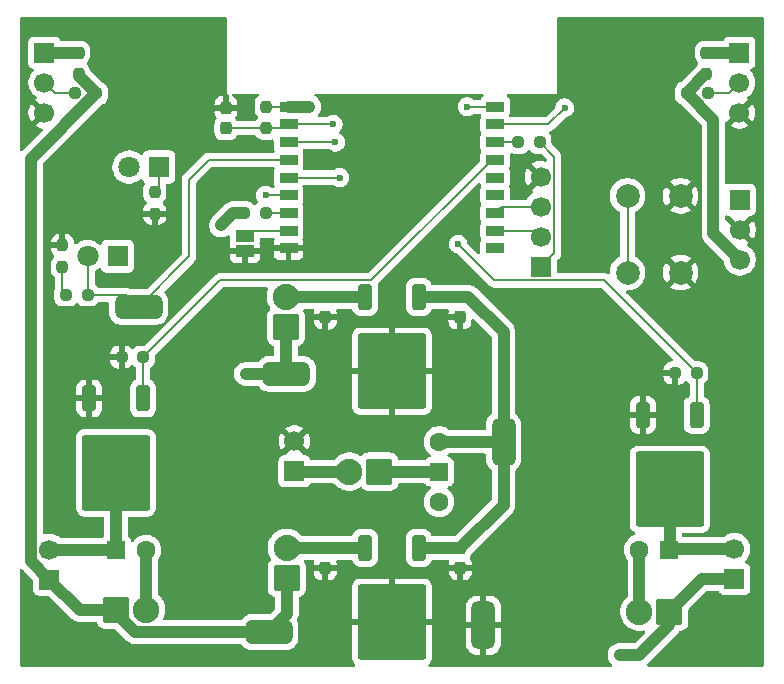
<source format=gbr>
%TF.GenerationSoftware,KiCad,Pcbnew,9.0.4*%
%TF.CreationDate,2025-09-05T01:37:03+09:00*%
%TF.ProjectId,ltr,6c74722e-6b69-4636-9164-5f7063625858,rev?*%
%TF.SameCoordinates,Original*%
%TF.FileFunction,Copper,L1,Top*%
%TF.FilePolarity,Positive*%
%FSLAX46Y46*%
G04 Gerber Fmt 4.6, Leading zero omitted, Abs format (unit mm)*
G04 Created by KiCad (PCBNEW 9.0.4) date 2025-09-05 01:37:03*
%MOMM*%
%LPD*%
G01*
G04 APERTURE LIST*
G04 Aperture macros list*
%AMRoundRect*
0 Rectangle with rounded corners*
0 $1 Rounding radius*
0 $2 $3 $4 $5 $6 $7 $8 $9 X,Y pos of 4 corners*
0 Add a 4 corners polygon primitive as box body*
4,1,4,$2,$3,$4,$5,$6,$7,$8,$9,$2,$3,0*
0 Add four circle primitives for the rounded corners*
1,1,$1+$1,$2,$3*
1,1,$1+$1,$4,$5*
1,1,$1+$1,$6,$7*
1,1,$1+$1,$8,$9*
0 Add four rect primitives between the rounded corners*
20,1,$1+$1,$2,$3,$4,$5,0*
20,1,$1+$1,$4,$5,$6,$7,0*
20,1,$1+$1,$6,$7,$8,$9,0*
20,1,$1+$1,$8,$9,$2,$3,0*%
G04 Aperture macros list end*
%TA.AperFunction,SMDPad,CuDef*%
%ADD10RoundRect,0.237500X-0.237500X0.300000X-0.237500X-0.300000X0.237500X-0.300000X0.237500X0.300000X0*%
%TD*%
%TA.AperFunction,ComponentPad*%
%ADD11RoundRect,0.250000X0.870000X-0.870000X0.870000X0.870000X-0.870000X0.870000X-0.870000X-0.870000X0*%
%TD*%
%TA.AperFunction,ComponentPad*%
%ADD12C,2.240000*%
%TD*%
%TA.AperFunction,SMDPad,CuDef*%
%ADD13RoundRect,0.237500X-0.237500X0.250000X-0.237500X-0.250000X0.237500X-0.250000X0.237500X0.250000X0*%
%TD*%
%TA.AperFunction,SMDPad,CuDef*%
%ADD14RoundRect,0.237500X-0.250000X-0.237500X0.250000X-0.237500X0.250000X0.237500X-0.250000X0.237500X0*%
%TD*%
%TA.AperFunction,SMDPad,CuDef*%
%ADD15RoundRect,0.500000X-1.500000X0.500000X-1.500000X-0.500000X1.500000X-0.500000X1.500000X0.500000X0*%
%TD*%
%TA.AperFunction,ComponentPad*%
%ADD16R,1.700000X1.700000*%
%TD*%
%TA.AperFunction,ComponentPad*%
%ADD17C,1.700000*%
%TD*%
%TA.AperFunction,ComponentPad*%
%ADD18R,1.800000X1.800000*%
%TD*%
%TA.AperFunction,ComponentPad*%
%ADD19C,1.800000*%
%TD*%
%TA.AperFunction,SMDPad,CuDef*%
%ADD20RoundRect,0.237500X0.250000X0.237500X-0.250000X0.237500X-0.250000X-0.237500X0.250000X-0.237500X0*%
%TD*%
%TA.AperFunction,SMDPad,CuDef*%
%ADD21RoundRect,0.250000X-0.350000X0.850000X-0.350000X-0.850000X0.350000X-0.850000X0.350000X0.850000X0*%
%TD*%
%TA.AperFunction,SMDPad,CuDef*%
%ADD22RoundRect,0.249997X-2.650003X2.950003X-2.650003X-2.950003X2.650003X-2.950003X2.650003X2.950003X0*%
%TD*%
%TA.AperFunction,SMDPad,CuDef*%
%ADD23R,1.500000X0.900000*%
%TD*%
%TA.AperFunction,HeatsinkPad*%
%ADD24C,0.600000*%
%TD*%
%TA.AperFunction,HeatsinkPad*%
%ADD25R,2.900000X2.900000*%
%TD*%
%TA.AperFunction,SMDPad,CuDef*%
%ADD26RoundRect,0.237500X0.237500X-0.250000X0.237500X0.250000X-0.237500X0.250000X-0.237500X-0.250000X0*%
%TD*%
%TA.AperFunction,ComponentPad*%
%ADD27RoundRect,0.250000X-0.870000X-0.870000X0.870000X-0.870000X0.870000X0.870000X-0.870000X0.870000X0*%
%TD*%
%TA.AperFunction,ComponentPad*%
%ADD28R,1.500000X1.500000*%
%TD*%
%TA.AperFunction,ComponentPad*%
%ADD29C,1.600000*%
%TD*%
%TA.AperFunction,SMDPad,CuDef*%
%ADD30RoundRect,0.500000X-0.500000X-1.500000X0.500000X-1.500000X0.500000X1.500000X-0.500000X1.500000X0*%
%TD*%
%TA.AperFunction,ComponentPad*%
%ADD31RoundRect,0.250000X0.870000X0.870000X-0.870000X0.870000X-0.870000X-0.870000X0.870000X-0.870000X0*%
%TD*%
%TA.AperFunction,ComponentPad*%
%ADD32RoundRect,0.250000X0.550000X0.550000X-0.550000X0.550000X-0.550000X-0.550000X0.550000X-0.550000X0*%
%TD*%
%TA.AperFunction,SMDPad,CuDef*%
%ADD33R,1.500000X1.000000*%
%TD*%
%TA.AperFunction,ComponentPad*%
%ADD34RoundRect,0.250000X-0.550000X-0.550000X0.550000X-0.550000X0.550000X0.550000X-0.550000X0.550000X0*%
%TD*%
%TA.AperFunction,ComponentPad*%
%ADD35C,2.000000*%
%TD*%
%TA.AperFunction,SMDPad,CuDef*%
%ADD36RoundRect,0.237500X0.237500X-0.300000X0.237500X0.300000X-0.237500X0.300000X-0.237500X-0.300000X0*%
%TD*%
%TA.AperFunction,ViaPad*%
%ADD37C,0.600000*%
%TD*%
%TA.AperFunction,Conductor*%
%ADD38C,1.000000*%
%TD*%
%TA.AperFunction,Conductor*%
%ADD39C,0.200000*%
%TD*%
G04 APERTURE END LIST*
D10*
%TO.P,C1,1*%
%TO.N,+9V*%
X37800000Y-45450000D03*
%TO.P,C1,2*%
%TO.N,GND*%
X37800000Y-47175000D03*
%TD*%
D11*
%TO.P,D7,1,K*%
%TO.N,+5V*%
X23100000Y-47990000D03*
D12*
%TO.P,D7,2,A*%
%TO.N,Net-(D7-A)*%
X23100000Y-45450000D03*
%TD*%
D10*
%TO.P,C2,1*%
%TO.N,Net-(D7-A)*%
X26350000Y-45450000D03*
%TO.P,C2,2*%
%TO.N,GND*%
X26350000Y-47175000D03*
%TD*%
D13*
%TO.P,R7,1*%
%TO.N,+3V3*%
X21350000Y-8100000D03*
%TO.P,R7,2*%
%TO.N,EN*%
X21350000Y-9925000D03*
%TD*%
D14*
%TO.P,R4,1*%
%TO.N,+5V*%
X56950000Y-6950000D03*
%TO.P,R4,2*%
%TO.N,IO1*%
X58775000Y-6950000D03*
%TD*%
D15*
%TO.P,J12,1,Pin_1*%
%TO.N,+3V3*%
X23050000Y-30725000D03*
%TD*%
D16*
%TO.P,J3,1,Pin_1*%
%TO.N,+5V*%
X3000000Y-48140000D03*
D17*
%TO.P,J3,2,Pin_2*%
%TO.N,Net-(D2-K)*%
X3000000Y-45600000D03*
%TD*%
D15*
%TO.P,J10,1,Pin_1*%
%TO.N,IO5*%
X10550000Y-25050000D03*
%TD*%
D18*
%TO.P,Q3,1,C*%
%TO.N,+3V3*%
X8770000Y-20755000D03*
D19*
%TO.P,Q3,2,E*%
%TO.N,IO5*%
X6230000Y-20755000D03*
%TD*%
D13*
%TO.P,R10,1*%
%TO.N,Net-(D8-K)*%
X11925000Y-15325000D03*
%TO.P,R10,2*%
%TO.N,GND*%
X11925000Y-17150000D03*
%TD*%
D16*
%TO.P,J1,1,Pin_1*%
%TO.N,Vin_left*%
X2575000Y-3525000D03*
D17*
%TO.P,J1,2,Pin_2*%
%TO.N,IO0*%
X2575000Y-6065000D03*
%TO.P,J1,3,Pin_3*%
%TO.N,GND*%
X2575000Y-8605000D03*
%TD*%
D20*
%TO.P,R8,1*%
%TO.N,IO5*%
X6230000Y-24030000D03*
%TO.P,R8,2*%
%TO.N,Net-(R8-Pad2)*%
X4405000Y-24030000D03*
%TD*%
D21*
%TO.P,Q2,1,G*%
%TO.N,IO4*%
X57800000Y-34200000D03*
D22*
%TO.P,Q2,2,D*%
%TO.N,Net-(D4-K)*%
X55520000Y-40500000D03*
D21*
%TO.P,Q2,3,S*%
%TO.N,GND*%
X53240000Y-34200000D03*
%TD*%
D23*
%TO.P,U2,1,3V3*%
%TO.N,+3V3*%
X23250000Y-8100000D03*
%TO.P,U2,2,EN*%
%TO.N,EN*%
X23250000Y-9600000D03*
%TO.P,U2,3,IO4*%
%TO.N,IO4*%
X23250000Y-11100000D03*
%TO.P,U2,4,IO5*%
%TO.N,IO5*%
X23250000Y-12600000D03*
%TO.P,U2,5,IO6*%
%TO.N,IO6*%
X23250000Y-14100000D03*
%TO.P,U2,6,IO7*%
%TO.N,IO7*%
X23250000Y-15600000D03*
%TO.P,U2,7,IO8*%
%TO.N,IO8*%
X23250000Y-17100000D03*
%TO.P,U2,8,IO9*%
%TO.N,IO9*%
X23250000Y-18600000D03*
%TO.P,U2,9,GND*%
%TO.N,GND*%
X23250000Y-20100000D03*
%TO.P,U2,10,IO10*%
%TO.N,unconnected-(U2-IO10-Pad10)*%
X40750000Y-20100000D03*
%TO.P,U2,11,IO20/RXD*%
%TO.N,IO20{slash}RXD*%
X40750000Y-18600000D03*
%TO.P,U2,12,IO21/TXD*%
%TO.N,IO21{slash}TXD*%
X40750000Y-17100000D03*
%TO.P,U2,13,IO18*%
%TO.N,unconnected-(U2-IO18-Pad13)*%
X40750000Y-15600000D03*
%TO.P,U2,14,IO19*%
%TO.N,unconnected-(U2-IO19-Pad14)*%
X40750000Y-14100000D03*
%TO.P,U2,15,IO3*%
%TO.N,IO3*%
X40750000Y-12600000D03*
%TO.P,U2,16,IO2*%
%TO.N,IO2*%
X40750000Y-11100000D03*
%TO.P,U2,17,IO1*%
%TO.N,IO1*%
X40750000Y-9600000D03*
%TO.P,U2,18,IO0*%
%TO.N,IO0*%
X40750000Y-8100000D03*
D24*
%TO.P,U2,19,GND*%
%TO.N,GND*%
X31860000Y-13750000D03*
X31860000Y-14850000D03*
X32410000Y-13200000D03*
X32410000Y-14300000D03*
X32410000Y-15400000D03*
X32960000Y-13750000D03*
D25*
X32960000Y-14300000D03*
D24*
X32960000Y-14850000D03*
X33510000Y-13200000D03*
X33510000Y-14300000D03*
X33510000Y-15400000D03*
X34060000Y-13750000D03*
X34060000Y-14850000D03*
%TD*%
D16*
%TO.P,J4,1,Pin_1*%
%TO.N,+5V*%
X61000000Y-48090000D03*
D17*
%TO.P,J4,2,Pin_2*%
%TO.N,Net-(D4-K)*%
X61000000Y-45550000D03*
%TD*%
D21*
%TO.P,U1,1,VI*%
%TO.N,+9V*%
X34280000Y-45450000D03*
D22*
%TO.P,U1,2,GND*%
%TO.N,GND*%
X32000000Y-51750000D03*
D21*
%TO.P,U1,3,VO*%
%TO.N,Net-(D7-A)*%
X29720000Y-45450000D03*
%TD*%
D26*
%TO.P,R9,1*%
%TO.N,Net-(R8-Pad2)*%
X4105000Y-21667500D03*
%TO.P,R9,2*%
%TO.N,GND*%
X4105000Y-19842500D03*
%TD*%
D27*
%TO.P,D1,1,K*%
%TO.N,+5V*%
X8660000Y-50700000D03*
D12*
%TO.P,D1,2,A*%
%TO.N,Net-(D1-A)*%
X11200000Y-50700000D03*
%TD*%
D20*
%TO.P,R11,1*%
%TO.N,IO3*%
X10950000Y-29300000D03*
%TO.P,R11,2*%
%TO.N,GND*%
X9125000Y-29300000D03*
%TD*%
D28*
%TO.P,SW1,1,A*%
%TO.N,Net-(D5-K)*%
X36000000Y-39000000D03*
D29*
%TO.P,SW1,2,B*%
%TO.N,+9V*%
X36000000Y-36460000D03*
%TO.P,SW1,3,C*%
%TO.N,unconnected-(SW1-C-Pad3)*%
X36000000Y-41540000D03*
%TD*%
D16*
%TO.P,J11,1,Pin_1*%
%TO.N,IO6*%
X61450000Y-15975000D03*
D17*
%TO.P,J11,2,Pin_2*%
%TO.N,GND*%
X61450000Y-18515000D03*
%TO.P,J11,3,Pin_3*%
%TO.N,+5V*%
X61450000Y-21055000D03*
%TD*%
D20*
%TO.P,R2,1*%
%TO.N,+5V*%
X6975000Y-6975000D03*
%TO.P,R2,2*%
%TO.N,IO0*%
X5150000Y-6975000D03*
%TD*%
D10*
%TO.P,C4,1*%
%TO.N,+9V*%
X37760000Y-24210000D03*
%TO.P,C4,2*%
%TO.N,GND*%
X37760000Y-25935000D03*
%TD*%
D30*
%TO.P,J7,1,Pin_1*%
%TO.N,GND*%
X39750000Y-52000000D03*
%TD*%
D21*
%TO.P,U3,1,VI*%
%TO.N,+9V*%
X34280000Y-24200000D03*
D22*
%TO.P,U3,2,GND*%
%TO.N,GND*%
X32000000Y-30500000D03*
D21*
%TO.P,U3,3,VO*%
%TO.N,Net-(D6-A)*%
X29720000Y-24200000D03*
%TD*%
D31*
%TO.P,D5,1,K*%
%TO.N,Net-(D5-K)*%
X30930000Y-39000000D03*
D12*
%TO.P,D5,2,A*%
%TO.N,Net-(D5-A)*%
X28390000Y-39000000D03*
%TD*%
D32*
%TO.P,D4,1,K*%
%TO.N,Net-(D4-K)*%
X55500000Y-45600000D03*
D29*
%TO.P,D4,2,A*%
%TO.N,Net-(D3-A)*%
X52960000Y-45600000D03*
%TD*%
D15*
%TO.P,J9,1,Pin_1*%
%TO.N,+5V*%
X21575000Y-52575000D03*
%TD*%
D31*
%TO.P,D3,1,K*%
%TO.N,+5V*%
X55490000Y-50850000D03*
D12*
%TO.P,D3,2,A*%
%TO.N,Net-(D3-A)*%
X52950000Y-50850000D03*
%TD*%
D33*
%TO.P,JP1,1,A*%
%TO.N,GND*%
X19550000Y-20350000D03*
%TO.P,JP1,2,B*%
%TO.N,IO9*%
X19550000Y-19050000D03*
%TD*%
D26*
%TO.P,R3,1*%
%TO.N,+5V*%
X58625000Y-5350000D03*
%TO.P,R3,2*%
%TO.N,Vin_right*%
X58625000Y-3525000D03*
%TD*%
D14*
%TO.P,R6,1*%
%TO.N,+3V3*%
X19475000Y-17100000D03*
%TO.P,R6,2*%
%TO.N,IO8*%
X21300000Y-17100000D03*
%TD*%
D10*
%TO.P,C5,1*%
%TO.N,Net-(D6-A)*%
X26360000Y-24210000D03*
%TO.P,C5,2*%
%TO.N,GND*%
X26360000Y-25935000D03*
%TD*%
D34*
%TO.P,D2,1,K*%
%TO.N,Net-(D2-K)*%
X8650000Y-45650000D03*
D29*
%TO.P,D2,2,A*%
%TO.N,Net-(D1-A)*%
X11190000Y-45650000D03*
%TD*%
D26*
%TO.P,R1,1*%
%TO.N,+5V*%
X5475000Y-5350000D03*
%TO.P,R1,2*%
%TO.N,Vin_left*%
X5475000Y-3525000D03*
%TD*%
D18*
%TO.P,D8,1,K*%
%TO.N,Net-(D8-K)*%
X12275000Y-13205000D03*
D19*
%TO.P,D8,2,A*%
%TO.N,IO7*%
X9735000Y-13205000D03*
%TD*%
D35*
%TO.P,SW2,1,1*%
%TO.N,EN*%
X51950000Y-22150000D03*
X51950000Y-15650000D03*
%TO.P,SW2,2,2*%
%TO.N,GND*%
X56450000Y-22150000D03*
X56450000Y-15650000D03*
%TD*%
D16*
%TO.P,J5,1,Pin_1*%
%TO.N,Net-(D5-A)*%
X23750000Y-38975000D03*
D17*
%TO.P,J5,2,Pin_2*%
%TO.N,GND*%
X23750000Y-36435000D03*
%TD*%
D30*
%TO.P,J8,1,Pin_1*%
%TO.N,+9V*%
X41450000Y-36475000D03*
%TD*%
D20*
%TO.P,R12,1*%
%TO.N,IO4*%
X57800000Y-30650000D03*
%TO.P,R12,2*%
%TO.N,GND*%
X55975000Y-30650000D03*
%TD*%
D11*
%TO.P,D6,1,K*%
%TO.N,+3V3*%
X23025000Y-26765000D03*
D12*
%TO.P,D6,2,A*%
%TO.N,Net-(D6-A)*%
X23025000Y-24225000D03*
%TD*%
D21*
%TO.P,Q1,1,G*%
%TO.N,IO3*%
X10930000Y-32800000D03*
D22*
%TO.P,Q1,2,D*%
%TO.N,Net-(D2-K)*%
X8650000Y-39100000D03*
D21*
%TO.P,Q1,3,S*%
%TO.N,GND*%
X6370000Y-32800000D03*
%TD*%
D16*
%TO.P,J6,1,Pin_1*%
%TO.N,+3V3*%
X44600000Y-21660000D03*
D17*
%TO.P,J6,2,Pin_2*%
%TO.N,IO20{slash}RXD*%
X44600000Y-19120000D03*
%TO.P,J6,3,Pin_3*%
%TO.N,IO21{slash}TXD*%
X44600000Y-16580000D03*
%TO.P,J6,4,Pin_4*%
%TO.N,GND*%
X44600000Y-14040000D03*
%TD*%
D36*
%TO.P,C3,1*%
%TO.N,EN*%
X17950000Y-9925000D03*
%TO.P,C3,2*%
%TO.N,GND*%
X17950000Y-8200000D03*
%TD*%
D20*
%TO.P,R5,1*%
%TO.N,+3V3*%
X44525000Y-11100000D03*
%TO.P,R5,2*%
%TO.N,IO2*%
X42700000Y-11100000D03*
%TD*%
D16*
%TO.P,J2,1,Pin_1*%
%TO.N,Vin_right*%
X61425000Y-3525000D03*
D17*
%TO.P,J2,2,Pin_2*%
%TO.N,IO1*%
X61425000Y-6065000D03*
%TO.P,J2,3,Pin_3*%
%TO.N,GND*%
X61425000Y-8605000D03*
%TD*%
D37*
%TO.N,+5V*%
X51275000Y-54525000D03*
X18925000Y-52575000D03*
%TO.N,EN*%
X27025000Y-9600000D03*
%TO.N,GND*%
X62975000Y-12700000D03*
X43900000Y-48725000D03*
X47900000Y-43525000D03*
X37775000Y-49650000D03*
X37725000Y-52850000D03*
X16250000Y-9125000D03*
X47950000Y-48975000D03*
X47975000Y-51450000D03*
X7225000Y-15275000D03*
X32000000Y-51750000D03*
X43900000Y-46075000D03*
X37825000Y-28175000D03*
X31875000Y-24175000D03*
X43900000Y-51425000D03*
X15800000Y-17075000D03*
X4350000Y-15250000D03*
X26350000Y-52825000D03*
X19100000Y-21775000D03*
X47950000Y-46075000D03*
X37775000Y-32125000D03*
X26250000Y-32975000D03*
X32000000Y-30500000D03*
X8700000Y-32825000D03*
X875000Y-10850000D03*
X55525000Y-34275000D03*
X26400000Y-49600000D03*
X32025000Y-45725000D03*
X50425000Y-11275000D03*
X26200000Y-28550000D03*
X53800000Y-11300000D03*
X43950000Y-43525000D03*
X56800000Y-11300000D03*
X15100000Y-23150000D03*
%TO.N,+3V3*%
X19625000Y-30725000D03*
X25000000Y-8100000D03*
X17525000Y-18150000D03*
%TO.N,IO7*%
X21300000Y-15600000D03*
%TO.N,IO0*%
X38375000Y-8100000D03*
%TO.N,IO1*%
X46625000Y-8200000D03*
%TO.N,IO6*%
X27600000Y-14100000D03*
%TO.N,IO4*%
X37600000Y-19725000D03*
X27225000Y-11100000D03*
%TD*%
D38*
%TO.N,Net-(D1-A)*%
X11200000Y-45660000D02*
X11190000Y-45650000D01*
X11200000Y-50700000D02*
X11200000Y-45660000D01*
%TO.N,+5V*%
X5475000Y-5475000D02*
X6975000Y-6975000D01*
X58550000Y-5350000D02*
X56950000Y-6950000D01*
X23100000Y-47990000D02*
X23100000Y-51050000D01*
X58625000Y-5350000D02*
X58550000Y-5350000D01*
X5475000Y-5350000D02*
X5475000Y-5475000D01*
X10225000Y-52575000D02*
X18925000Y-52575000D01*
X58250000Y-48090000D02*
X55490000Y-50850000D01*
X59225000Y-18830000D02*
X61450000Y-21055000D01*
X55490000Y-51970000D02*
X52935000Y-54525000D01*
X61000000Y-48090000D02*
X58250000Y-48090000D01*
X55490000Y-50850000D02*
X55490000Y-51970000D01*
X52935000Y-54525000D02*
X51275000Y-54525000D01*
X1449000Y-12501000D02*
X1449000Y-46589000D01*
X5560000Y-50700000D02*
X3000000Y-48140000D01*
X23100000Y-51050000D02*
X21575000Y-52575000D01*
X59225000Y-9225000D02*
X59225000Y-18830000D01*
X56950000Y-6950000D02*
X59225000Y-9225000D01*
X8660000Y-51010000D02*
X10225000Y-52575000D01*
X6975000Y-6975000D02*
X1449000Y-12501000D01*
X1449000Y-46589000D02*
X3000000Y-48140000D01*
X18925000Y-52575000D02*
X21575000Y-52575000D01*
X8660000Y-50700000D02*
X5560000Y-50700000D01*
X8660000Y-50700000D02*
X8660000Y-51010000D01*
%TO.N,Net-(D2-K)*%
X8600000Y-45600000D02*
X8650000Y-45650000D01*
X8650000Y-39100000D02*
X8650000Y-45650000D01*
X3000000Y-45600000D02*
X8600000Y-45600000D01*
%TO.N,Net-(D7-A)*%
X26350000Y-45450000D02*
X23100000Y-45450000D01*
X29720000Y-45450000D02*
X26350000Y-45450000D01*
%TO.N,Vin_left*%
X2575000Y-3525000D02*
X5475000Y-3525000D01*
%TO.N,Vin_right*%
X58625000Y-3525000D02*
X61425000Y-3525000D01*
%TO.N,+9V*%
X37760000Y-24210000D02*
X38485000Y-24210000D01*
X36000000Y-36460000D02*
X41435000Y-36460000D01*
X37760000Y-24210000D02*
X34290000Y-24210000D01*
X34280000Y-45450000D02*
X37800000Y-45450000D01*
X38485000Y-24210000D02*
X41450000Y-27175000D01*
X41450000Y-36475000D02*
X41450000Y-41800000D01*
X34290000Y-24210000D02*
X34280000Y-24200000D01*
X41450000Y-41800000D02*
X37800000Y-45450000D01*
X41435000Y-36460000D02*
X41450000Y-36475000D01*
X41450000Y-27175000D02*
X41450000Y-36475000D01*
D39*
%TO.N,EN*%
X21350000Y-9925000D02*
X22925000Y-9925000D01*
X51950000Y-15650000D02*
X51950000Y-22150000D01*
X17950000Y-9925000D02*
X21350000Y-9925000D01*
X22925000Y-9925000D02*
X23250000Y-9600000D01*
X23250000Y-9600000D02*
X27025000Y-9600000D01*
D38*
%TO.N,Net-(D6-A)*%
X29720000Y-24200000D02*
X26370000Y-24200000D01*
X23025000Y-24225000D02*
X26345000Y-24225000D01*
X26345000Y-24225000D02*
X26360000Y-24210000D01*
X26370000Y-24200000D02*
X26360000Y-24210000D01*
D39*
%TO.N,GND*%
X17950000Y-8200000D02*
X17175000Y-8200000D01*
X17175000Y-8200000D02*
X16250000Y-9125000D01*
D38*
%TO.N,Net-(D3-A)*%
X52950000Y-50850000D02*
X52950000Y-45610000D01*
X52950000Y-45610000D02*
X52960000Y-45600000D01*
%TO.N,Net-(D4-K)*%
X61000000Y-45550000D02*
X55550000Y-45550000D01*
X55520000Y-45580000D02*
X55500000Y-45600000D01*
X55520000Y-40500000D02*
X55520000Y-45580000D01*
X55550000Y-45550000D02*
X55500000Y-45600000D01*
%TO.N,Net-(D5-K)*%
X36000000Y-39000000D02*
X30930000Y-39000000D01*
%TO.N,Net-(D5-A)*%
X23775000Y-39000000D02*
X23750000Y-38975000D01*
X28390000Y-39000000D02*
X23775000Y-39000000D01*
%TO.N,+3V3*%
X25000000Y-8100000D02*
X23250000Y-8100000D01*
D39*
X45751000Y-12326000D02*
X45751000Y-20509000D01*
D38*
X18575000Y-17100000D02*
X19475000Y-17100000D01*
X23050000Y-30725000D02*
X19625000Y-30725000D01*
X23025000Y-30700000D02*
X23050000Y-30725000D01*
D39*
X44525000Y-11100000D02*
X45751000Y-12326000D01*
X45751000Y-20509000D02*
X44600000Y-21660000D01*
D38*
X17525000Y-18150000D02*
X18575000Y-17100000D01*
X23025000Y-26765000D02*
X23025000Y-30700000D01*
D39*
X21350000Y-8100000D02*
X23250000Y-8100000D01*
%TO.N,IO7*%
X21300000Y-15600000D02*
X23250000Y-15600000D01*
%TO.N,Net-(D8-K)*%
X12275000Y-14975000D02*
X11925000Y-15325000D01*
X12275000Y-13205000D02*
X12275000Y-14975000D01*
%TO.N,IO0*%
X2575000Y-6065000D02*
X3485000Y-6975000D01*
X38375000Y-8100000D02*
X40750000Y-8100000D01*
X3485000Y-6975000D02*
X5150000Y-6975000D01*
%TO.N,IO1*%
X61425000Y-6065000D02*
X60540000Y-6950000D01*
X46625000Y-8200000D02*
X45225000Y-9600000D01*
X60540000Y-6950000D02*
X58775000Y-6950000D01*
X45225000Y-9600000D02*
X40750000Y-9600000D01*
%TO.N,IO20{slash}RXD*%
X40750000Y-18600000D02*
X44080000Y-18600000D01*
X44080000Y-18600000D02*
X44600000Y-19120000D01*
%TO.N,IO21{slash}TXD*%
X41270000Y-16580000D02*
X40750000Y-17100000D01*
X44600000Y-16580000D02*
X41270000Y-16580000D01*
%TO.N,IO5*%
X9530000Y-24030000D02*
X10550000Y-25050000D01*
X16500000Y-12600000D02*
X23250000Y-12600000D01*
X14825000Y-14275000D02*
X16500000Y-12600000D01*
X6230000Y-24030000D02*
X6230000Y-20755000D01*
X10550000Y-25050000D02*
X14850000Y-20750000D01*
X14850000Y-20750000D02*
X14850000Y-14300000D01*
X14850000Y-14300000D02*
X14825000Y-14275000D01*
X6230000Y-24030000D02*
X9530000Y-24030000D01*
%TO.N,IO6*%
X27600000Y-14100000D02*
X23250000Y-14100000D01*
%TO.N,IO9*%
X23250000Y-18600000D02*
X20000000Y-18600000D01*
X20000000Y-18600000D02*
X19550000Y-19050000D01*
%TO.N,IO3*%
X40450000Y-12600000D02*
X40750000Y-12600000D01*
X10930000Y-32800000D02*
X10930000Y-29320000D01*
X17451000Y-22799000D02*
X30251000Y-22799000D01*
X10950000Y-29300000D02*
X17451000Y-22799000D01*
X10930000Y-29320000D02*
X10950000Y-29300000D01*
X30251000Y-22799000D02*
X40450000Y-12600000D01*
%TO.N,IO4*%
X40686000Y-22811000D02*
X37600000Y-19725000D01*
X57800000Y-34200000D02*
X57800000Y-30650000D01*
X27225000Y-11100000D02*
X23250000Y-11100000D01*
X57800000Y-30650000D02*
X49961000Y-22811000D01*
X49961000Y-22811000D02*
X40686000Y-22811000D01*
%TO.N,IO2*%
X42700000Y-11100000D02*
X40750000Y-11100000D01*
%TO.N,IO8*%
X21300000Y-17100000D02*
X23250000Y-17100000D01*
%TO.N,Net-(R8-Pad2)*%
X4105000Y-23730000D02*
X4405000Y-24030000D01*
X4105000Y-21667500D02*
X4105000Y-23730000D01*
%TD*%
%TA.AperFunction,Conductor*%
%TO.N,GND*%
G36*
X60392828Y-17281909D02*
G01*
X60492517Y-17319091D01*
X60552127Y-17325500D01*
X60562685Y-17325499D01*
X60629723Y-17345179D01*
X60650372Y-17361818D01*
X61320591Y-18032037D01*
X61257007Y-18049075D01*
X61142993Y-18114901D01*
X61049901Y-18207993D01*
X60984075Y-18322007D01*
X60967037Y-18385591D01*
X60331910Y-17750464D01*
X60331853Y-17750473D01*
X60312098Y-17741451D01*
X60290849Y-17736987D01*
X60280946Y-17727225D01*
X60268297Y-17721448D01*
X60256557Y-17703180D01*
X60241093Y-17687935D01*
X60237267Y-17673163D01*
X60230523Y-17662670D01*
X60225500Y-17627735D01*
X60225500Y-17398093D01*
X60245185Y-17331054D01*
X60297989Y-17285299D01*
X60367147Y-17275355D01*
X60392828Y-17281909D01*
G37*
%TD.AperFunction*%
%TA.AperFunction,Conductor*%
G36*
X17943039Y-520185D02*
G01*
X17988794Y-572989D01*
X18000000Y-624500D01*
X18000000Y-7000000D01*
X18076000Y-7000000D01*
X18143039Y-7019685D01*
X18188794Y-7072489D01*
X18200000Y-7124000D01*
X18200000Y-7950000D01*
X18924999Y-7950000D01*
X18924999Y-7850860D01*
X18924998Y-7850845D01*
X18914680Y-7749847D01*
X18860453Y-7586199D01*
X18860448Y-7586188D01*
X18769947Y-7439465D01*
X18769944Y-7439461D01*
X18648038Y-7317555D01*
X18648034Y-7317552D01*
X18505342Y-7229538D01*
X18458617Y-7177590D01*
X18447396Y-7108628D01*
X18475239Y-7044546D01*
X18533308Y-7005690D01*
X18570439Y-7000000D01*
X20647547Y-7000000D01*
X20714586Y-7019685D01*
X20760341Y-7072489D01*
X20770285Y-7141647D01*
X20741260Y-7205203D01*
X20712645Y-7229537D01*
X20701055Y-7236687D01*
X20651648Y-7267161D01*
X20529661Y-7389148D01*
X20439093Y-7535981D01*
X20439091Y-7535986D01*
X20421249Y-7589830D01*
X20384826Y-7699747D01*
X20384826Y-7699748D01*
X20384825Y-7699748D01*
X20374500Y-7800815D01*
X20374500Y-8399169D01*
X20374501Y-8399187D01*
X20384825Y-8500252D01*
X20439092Y-8664015D01*
X20439093Y-8664018D01*
X20461608Y-8700520D01*
X20528759Y-8809390D01*
X20529661Y-8810851D01*
X20643629Y-8924819D01*
X20645878Y-8928938D01*
X20649822Y-8931484D01*
X20662466Y-8959316D01*
X20677114Y-8986142D01*
X20676779Y-8990822D01*
X20678721Y-8995097D01*
X20674310Y-9025347D01*
X20672130Y-9055834D01*
X20669129Y-9060879D01*
X20668640Y-9064236D01*
X20658273Y-9079134D01*
X20649499Y-9093889D01*
X20646674Y-9097135D01*
X20529660Y-9214150D01*
X20492600Y-9274232D01*
X20485940Y-9281889D01*
X20464714Y-9295470D01*
X20445980Y-9312321D01*
X20434191Y-9314999D01*
X20427087Y-9319546D01*
X20414299Y-9319520D01*
X20392389Y-9324500D01*
X18938452Y-9324500D01*
X18871413Y-9304815D01*
X18832914Y-9265597D01*
X18770342Y-9164153D01*
X18770339Y-9164149D01*
X18756017Y-9149827D01*
X18722532Y-9088504D01*
X18727516Y-9018812D01*
X18756021Y-8974460D01*
X18769947Y-8960535D01*
X18860448Y-8813811D01*
X18860453Y-8813800D01*
X18914680Y-8650152D01*
X18924999Y-8549154D01*
X18925000Y-8549141D01*
X18925000Y-8450000D01*
X16975001Y-8450000D01*
X16975001Y-8549154D01*
X16985319Y-8650152D01*
X17039546Y-8813800D01*
X17039551Y-8813811D01*
X17130052Y-8960534D01*
X17130055Y-8960538D01*
X17143982Y-8974465D01*
X17177467Y-9035788D01*
X17172483Y-9105480D01*
X17143984Y-9149825D01*
X17129661Y-9164148D01*
X17039093Y-9310981D01*
X17039091Y-9310986D01*
X17036263Y-9319520D01*
X16984826Y-9474747D01*
X16984826Y-9474748D01*
X16984825Y-9474748D01*
X16974500Y-9575815D01*
X16974500Y-10274169D01*
X16974501Y-10274187D01*
X16984825Y-10375252D01*
X16999266Y-10418831D01*
X17039092Y-10539016D01*
X17129660Y-10685850D01*
X17251650Y-10807840D01*
X17398484Y-10898408D01*
X17562247Y-10952674D01*
X17663323Y-10963000D01*
X18236676Y-10962999D01*
X18236684Y-10962998D01*
X18236687Y-10962998D01*
X18292030Y-10957344D01*
X18337753Y-10952674D01*
X18501516Y-10898408D01*
X18648350Y-10807840D01*
X18770340Y-10685850D01*
X18801181Y-10635849D01*
X18832914Y-10584403D01*
X18884862Y-10537678D01*
X18938452Y-10525500D01*
X20392389Y-10525500D01*
X20459428Y-10545185D01*
X20497928Y-10584404D01*
X20508864Y-10602135D01*
X20529660Y-10635850D01*
X20651650Y-10757840D01*
X20798484Y-10848408D01*
X20962247Y-10902674D01*
X21063323Y-10913000D01*
X21636676Y-10912999D01*
X21636684Y-10912998D01*
X21636687Y-10912998D01*
X21692030Y-10907344D01*
X21737753Y-10902674D01*
X21836498Y-10869952D01*
X21906323Y-10867551D01*
X21966366Y-10903282D01*
X21997559Y-10965802D01*
X21999500Y-10987659D01*
X21999500Y-11597870D01*
X21999501Y-11597876D01*
X22005908Y-11657483D01*
X22056809Y-11793956D01*
X22057276Y-11794457D01*
X22057538Y-11795911D01*
X22059303Y-11800641D01*
X22058451Y-11800958D01*
X22063115Y-11826759D01*
X22070095Y-11858853D01*
X22069427Y-11861678D01*
X22069705Y-11863212D01*
X22067096Y-11871550D01*
X22060989Y-11897413D01*
X22057413Y-11906053D01*
X22056204Y-11907669D01*
X22051261Y-11920921D01*
X22050437Y-11922913D01*
X22029841Y-11948488D01*
X22010171Y-11974766D01*
X22008040Y-11975560D01*
X22006615Y-11977331D01*
X21975479Y-11987705D01*
X21944707Y-11999184D01*
X21940592Y-11999330D01*
X21940328Y-11999419D01*
X21940057Y-11999350D01*
X21935859Y-11999500D01*
X16586670Y-11999500D01*
X16586654Y-11999499D01*
X16579058Y-11999499D01*
X16420943Y-11999499D01*
X16344579Y-12019961D01*
X16268214Y-12040423D01*
X16268209Y-12040426D01*
X16131290Y-12119475D01*
X16131282Y-12119481D01*
X14456284Y-13794481D01*
X14344483Y-13906281D01*
X14344481Y-13906284D01*
X14265423Y-14043214D01*
X14265423Y-14043215D01*
X14224499Y-14195943D01*
X14224499Y-14354057D01*
X14237563Y-14402812D01*
X14245275Y-14431592D01*
X14249500Y-14463686D01*
X14249500Y-20449902D01*
X14229815Y-20516941D01*
X14213181Y-20537583D01*
X11237583Y-23513181D01*
X11176260Y-23546666D01*
X11149902Y-23549500D01*
X9931976Y-23549500D01*
X9916488Y-23545350D01*
X9902742Y-23546005D01*
X9869976Y-23532887D01*
X9809922Y-23498215D01*
X9761785Y-23470423D01*
X9609057Y-23429499D01*
X9450943Y-23429499D01*
X9443347Y-23429499D01*
X9443331Y-23429500D01*
X7192401Y-23429500D01*
X7125362Y-23409815D01*
X7086862Y-23370596D01*
X7062840Y-23331650D01*
X6940849Y-23209659D01*
X6889402Y-23177926D01*
X6842678Y-23125978D01*
X6830500Y-23072388D01*
X6830500Y-22096835D01*
X6850185Y-22029796D01*
X6898206Y-21986350D01*
X6898547Y-21986175D01*
X6964022Y-21952815D01*
X7142365Y-21823242D01*
X7192536Y-21773070D01*
X7253857Y-21739586D01*
X7323548Y-21744570D01*
X7379482Y-21786441D01*
X7396398Y-21817419D01*
X7426202Y-21897328D01*
X7426206Y-21897335D01*
X7512452Y-22012544D01*
X7512455Y-22012547D01*
X7627664Y-22098793D01*
X7627671Y-22098797D01*
X7762517Y-22149091D01*
X7762516Y-22149091D01*
X7769444Y-22149835D01*
X7822127Y-22155500D01*
X9717872Y-22155499D01*
X9777483Y-22149091D01*
X9912331Y-22098796D01*
X10027546Y-22012546D01*
X10113796Y-21897331D01*
X10164091Y-21762483D01*
X10170500Y-21702873D01*
X10170499Y-19807128D01*
X10164091Y-19747517D01*
X10162267Y-19742627D01*
X10113797Y-19612671D01*
X10113793Y-19612664D01*
X10027547Y-19497455D01*
X10027544Y-19497452D01*
X9912335Y-19411206D01*
X9912328Y-19411202D01*
X9777482Y-19360908D01*
X9777483Y-19360908D01*
X9717883Y-19354501D01*
X9717881Y-19354500D01*
X9717873Y-19354500D01*
X9717864Y-19354500D01*
X7822129Y-19354500D01*
X7822123Y-19354501D01*
X7762516Y-19360908D01*
X7627671Y-19411202D01*
X7627664Y-19411206D01*
X7512455Y-19497452D01*
X7512452Y-19497455D01*
X7426206Y-19612664D01*
X7426203Y-19612669D01*
X7396398Y-19692581D01*
X7354526Y-19748514D01*
X7289062Y-19772931D01*
X7220789Y-19758079D01*
X7192535Y-19736928D01*
X7142363Y-19686756D01*
X7142358Y-19686752D01*
X6964025Y-19557187D01*
X6964024Y-19557186D01*
X6964022Y-19557185D01*
X6846791Y-19497452D01*
X6767606Y-19457104D01*
X6767603Y-19457103D01*
X6557952Y-19388985D01*
X6449086Y-19371742D01*
X6340222Y-19354500D01*
X6119778Y-19354500D01*
X6047201Y-19365995D01*
X5902047Y-19388985D01*
X5692396Y-19457103D01*
X5692393Y-19457104D01*
X5495974Y-19557187D01*
X5317641Y-19686752D01*
X5317636Y-19686756D01*
X5291680Y-19712713D01*
X5230357Y-19746198D01*
X5160665Y-19741214D01*
X5104732Y-19699342D01*
X5080315Y-19633878D01*
X5079999Y-19625032D01*
X5079999Y-19543360D01*
X5079998Y-19543345D01*
X5069680Y-19442347D01*
X5015453Y-19278699D01*
X5015448Y-19278688D01*
X4924947Y-19131965D01*
X4924944Y-19131961D01*
X4803038Y-19010055D01*
X4803034Y-19010052D01*
X4656311Y-18919551D01*
X4656300Y-18919546D01*
X4492652Y-18865319D01*
X4391654Y-18855000D01*
X4355000Y-18855000D01*
X4355000Y-19718500D01*
X4335315Y-19785539D01*
X4282511Y-19831294D01*
X4231000Y-19842500D01*
X4105000Y-19842500D01*
X4105000Y-19968500D01*
X4085315Y-20035539D01*
X4032511Y-20081294D01*
X3981000Y-20092500D01*
X3130001Y-20092500D01*
X3130001Y-20141654D01*
X3140319Y-20242652D01*
X3194546Y-20406300D01*
X3194551Y-20406311D01*
X3285052Y-20553034D01*
X3285055Y-20553038D01*
X3398982Y-20666965D01*
X3432467Y-20728288D01*
X3427483Y-20797980D01*
X3398983Y-20842327D01*
X3284659Y-20956651D01*
X3194093Y-21103481D01*
X3194091Y-21103486D01*
X3168522Y-21180649D01*
X3139826Y-21267247D01*
X3139826Y-21267248D01*
X3139825Y-21267248D01*
X3129500Y-21368315D01*
X3129500Y-21966669D01*
X3129501Y-21966687D01*
X3139825Y-22067752D01*
X3175093Y-22174181D01*
X3194092Y-22231516D01*
X3284660Y-22378350D01*
X3406650Y-22500340D01*
X3445597Y-22524362D01*
X3492320Y-22576307D01*
X3504500Y-22629900D01*
X3504500Y-23406178D01*
X3486039Y-23471275D01*
X3481593Y-23478481D01*
X3481591Y-23478486D01*
X3461174Y-23540102D01*
X3427326Y-23642247D01*
X3427326Y-23642248D01*
X3427325Y-23642248D01*
X3417000Y-23743315D01*
X3417000Y-24316669D01*
X3417001Y-24316687D01*
X3427325Y-24417752D01*
X3481592Y-24581515D01*
X3481593Y-24581518D01*
X3495749Y-24604468D01*
X3572160Y-24728350D01*
X3694150Y-24850340D01*
X3840984Y-24940908D01*
X4004747Y-24995174D01*
X4105823Y-25005500D01*
X4704176Y-25005499D01*
X4704184Y-25005498D01*
X4704187Y-25005498D01*
X4759530Y-24999844D01*
X4805253Y-24995174D01*
X4969016Y-24940908D01*
X5115850Y-24850340D01*
X5229819Y-24736371D01*
X5291142Y-24702886D01*
X5360834Y-24707870D01*
X5405181Y-24736371D01*
X5519150Y-24850340D01*
X5665984Y-24940908D01*
X5829747Y-24995174D01*
X5930823Y-25005500D01*
X6529176Y-25005499D01*
X6529184Y-25005498D01*
X6529187Y-25005498D01*
X6584530Y-24999844D01*
X6630253Y-24995174D01*
X6794016Y-24940908D01*
X6940850Y-24850340D01*
X7062840Y-24728350D01*
X7086862Y-24689404D01*
X7138810Y-24642679D01*
X7192401Y-24630500D01*
X7925500Y-24630500D01*
X7992539Y-24650185D01*
X8038294Y-24702989D01*
X8049500Y-24754500D01*
X8049500Y-25608028D01*
X8049501Y-25608034D01*
X8060113Y-25727415D01*
X8116089Y-25923045D01*
X8116090Y-25923048D01*
X8116091Y-25923049D01*
X8210302Y-26103407D01*
X8210304Y-26103409D01*
X8338890Y-26261109D01*
X8367153Y-26284154D01*
X8496593Y-26389698D01*
X8676951Y-26483909D01*
X8872582Y-26539886D01*
X8991963Y-26550500D01*
X12108036Y-26550499D01*
X12227418Y-26539886D01*
X12423049Y-26483909D01*
X12603407Y-26389698D01*
X12761109Y-26261109D01*
X12889698Y-26103407D01*
X12983909Y-25923049D01*
X13039886Y-25727418D01*
X13050500Y-25608037D01*
X13050499Y-24491964D01*
X13039886Y-24372582D01*
X12983909Y-24176951D01*
X12889698Y-23996593D01*
X12889695Y-23996590D01*
X12889694Y-23996587D01*
X12764188Y-23842665D01*
X12737079Y-23778269D01*
X12749089Y-23709439D01*
X12772606Y-23676627D01*
X15208506Y-21240728D01*
X15208511Y-21240724D01*
X15218714Y-21230520D01*
X15218716Y-21230520D01*
X15330520Y-21118716D01*
X15402644Y-20993793D01*
X15405110Y-20989522D01*
X15405111Y-20989521D01*
X15409576Y-20981787D01*
X15409576Y-20981786D01*
X15409577Y-20981785D01*
X15432069Y-20897844D01*
X18300000Y-20897844D01*
X18306401Y-20957372D01*
X18306403Y-20957379D01*
X18356645Y-21092086D01*
X18356649Y-21092093D01*
X18442809Y-21207187D01*
X18442812Y-21207190D01*
X18557906Y-21293350D01*
X18557913Y-21293354D01*
X18692620Y-21343596D01*
X18692627Y-21343598D01*
X18752155Y-21349999D01*
X18752172Y-21350000D01*
X19300000Y-21350000D01*
X19800000Y-21350000D01*
X20347828Y-21350000D01*
X20347844Y-21349999D01*
X20407372Y-21343598D01*
X20407379Y-21343596D01*
X20542086Y-21293354D01*
X20542093Y-21293350D01*
X20657187Y-21207190D01*
X20657190Y-21207187D01*
X20743350Y-21092093D01*
X20743354Y-21092086D01*
X20793596Y-20957379D01*
X20793598Y-20957372D01*
X20799999Y-20897844D01*
X20800000Y-20897827D01*
X20800000Y-20600000D01*
X19800000Y-20600000D01*
X19800000Y-21350000D01*
X19300000Y-21350000D01*
X19300000Y-20600000D01*
X18300000Y-20600000D01*
X18300000Y-20897844D01*
X15432069Y-20897844D01*
X15450500Y-20829058D01*
X15450500Y-20670943D01*
X15450500Y-20597844D01*
X22000000Y-20597844D01*
X22006401Y-20657372D01*
X22006403Y-20657379D01*
X22056645Y-20792086D01*
X22056649Y-20792093D01*
X22142809Y-20907187D01*
X22142812Y-20907190D01*
X22257906Y-20993350D01*
X22257913Y-20993354D01*
X22392620Y-21043596D01*
X22392627Y-21043598D01*
X22452155Y-21049999D01*
X22452172Y-21050000D01*
X23000000Y-21050000D01*
X23500000Y-21050000D01*
X24047828Y-21050000D01*
X24047844Y-21049999D01*
X24107372Y-21043598D01*
X24107379Y-21043596D01*
X24242086Y-20993354D01*
X24242093Y-20993350D01*
X24357187Y-20907190D01*
X24357190Y-20907187D01*
X24443350Y-20792093D01*
X24443354Y-20792086D01*
X24493596Y-20657379D01*
X24493598Y-20657372D01*
X24499999Y-20597844D01*
X24500000Y-20597827D01*
X24500000Y-20350000D01*
X23500000Y-20350000D01*
X23500000Y-21050000D01*
X23000000Y-21050000D01*
X23000000Y-20350000D01*
X22000000Y-20350000D01*
X22000000Y-20597844D01*
X15450500Y-20597844D01*
X15450500Y-14550097D01*
X15470185Y-14483058D01*
X15486819Y-14462416D01*
X16712417Y-13236819D01*
X16773740Y-13203334D01*
X16800098Y-13200500D01*
X21935859Y-13200500D01*
X21955059Y-13206137D01*
X21975058Y-13206859D01*
X21987898Y-13215780D01*
X22002898Y-13220185D01*
X22016000Y-13235305D01*
X22032437Y-13246726D01*
X22044960Y-13268727D01*
X22048653Y-13272989D01*
X22050436Y-13277086D01*
X22051266Y-13279092D01*
X22056204Y-13292331D01*
X22057413Y-13293946D01*
X22060988Y-13302585D01*
X22064029Y-13330965D01*
X22070094Y-13358859D01*
X22067840Y-13366532D01*
X22068433Y-13372057D01*
X22063083Y-13382734D01*
X22058311Y-13398989D01*
X22059303Y-13399359D01*
X22005908Y-13542517D01*
X22000835Y-13589707D01*
X21999501Y-13602123D01*
X21999500Y-13602135D01*
X21999500Y-14597870D01*
X21999501Y-14597876D01*
X22005908Y-14657483D01*
X22056809Y-14793956D01*
X22057276Y-14794457D01*
X22057538Y-14795911D01*
X22059303Y-14800641D01*
X22058451Y-14800958D01*
X22063115Y-14826759D01*
X22070095Y-14858853D01*
X22069427Y-14861678D01*
X22069705Y-14863212D01*
X22067096Y-14871550D01*
X22060989Y-14897413D01*
X22057413Y-14906053D01*
X22056204Y-14907669D01*
X22051261Y-14920921D01*
X22050437Y-14922913D01*
X22029841Y-14948488D01*
X22010171Y-14974766D01*
X22008040Y-14975560D01*
X22006615Y-14977331D01*
X21975479Y-14987705D01*
X21944707Y-14999184D01*
X21940592Y-14999330D01*
X21940328Y-14999419D01*
X21940057Y-14999350D01*
X21935859Y-14999500D01*
X21879766Y-14999500D01*
X21812727Y-14979815D01*
X21810875Y-14978602D01*
X21679185Y-14890609D01*
X21679172Y-14890602D01*
X21533501Y-14830264D01*
X21533489Y-14830261D01*
X21378845Y-14799500D01*
X21378842Y-14799500D01*
X21221158Y-14799500D01*
X21221155Y-14799500D01*
X21066510Y-14830261D01*
X21066498Y-14830264D01*
X20920827Y-14890602D01*
X20920814Y-14890609D01*
X20789711Y-14978210D01*
X20789707Y-14978213D01*
X20678213Y-15089707D01*
X20678210Y-15089711D01*
X20590609Y-15220814D01*
X20590602Y-15220827D01*
X20530264Y-15366498D01*
X20530261Y-15366510D01*
X20499500Y-15521153D01*
X20499500Y-15678846D01*
X20530261Y-15833489D01*
X20530264Y-15833501D01*
X20590602Y-15979172D01*
X20590609Y-15979185D01*
X20660916Y-16084406D01*
X20681794Y-16151084D01*
X20663310Y-16218464D01*
X20640576Y-16245636D01*
X20632331Y-16253025D01*
X20589150Y-16279660D01*
X20472778Y-16396031D01*
X20470262Y-16398287D01*
X20441658Y-16411933D01*
X20413858Y-16427114D01*
X20410364Y-16426864D01*
X20407202Y-16428373D01*
X20375768Y-16424390D01*
X20344166Y-16422130D01*
X20340785Y-16419957D01*
X20337887Y-16419590D01*
X20330213Y-16413162D01*
X20299819Y-16393629D01*
X20185851Y-16279661D01*
X20185850Y-16279660D01*
X20086636Y-16218464D01*
X20039018Y-16189093D01*
X20039013Y-16189091D01*
X20023218Y-16183857D01*
X19875253Y-16134826D01*
X19875251Y-16134825D01*
X19774184Y-16124500D01*
X19774177Y-16124500D01*
X19711434Y-16124500D01*
X19687243Y-16122117D01*
X19649551Y-16114619D01*
X19573543Y-16099500D01*
X19573541Y-16099500D01*
X18476459Y-16099500D01*
X18476458Y-16099500D01*
X18425906Y-16109555D01*
X18425893Y-16109558D01*
X18422220Y-16110289D01*
X18283164Y-16137949D01*
X18230950Y-16159577D01*
X18223157Y-16162804D01*
X18223149Y-16162807D01*
X18101092Y-16213364D01*
X18101079Y-16213371D01*
X17937219Y-16322859D01*
X17901226Y-16358853D01*
X17797861Y-16462218D01*
X16747863Y-17512215D01*
X16747860Y-17512219D01*
X16638372Y-17676079D01*
X16638367Y-17676089D01*
X16562949Y-17858163D01*
X16562947Y-17858171D01*
X16524500Y-18051455D01*
X16524500Y-18248544D01*
X16562947Y-18441828D01*
X16562949Y-18441836D01*
X16638367Y-18623910D01*
X16638372Y-18623920D01*
X16747860Y-18787780D01*
X16747863Y-18787784D01*
X16887215Y-18927136D01*
X16887219Y-18927139D01*
X17051079Y-19036627D01*
X17051083Y-19036629D01*
X17051086Y-19036631D01*
X17233164Y-19112051D01*
X17426455Y-19150499D01*
X17426458Y-19150500D01*
X17426460Y-19150500D01*
X17623542Y-19150500D01*
X17623543Y-19150499D01*
X17816836Y-19112051D01*
X17998914Y-19036631D01*
X18106611Y-18964670D01*
X18173286Y-18943793D01*
X18240666Y-18962277D01*
X18287357Y-19014256D01*
X18299500Y-19067773D01*
X18299500Y-19597870D01*
X18299501Y-19597876D01*
X18305909Y-19657487D01*
X18307692Y-19665031D01*
X18306438Y-19665327D01*
X18310856Y-19727069D01*
X18306864Y-19740664D01*
X18306401Y-19742624D01*
X18300000Y-19802155D01*
X18300000Y-20100000D01*
X20800000Y-20100000D01*
X20800000Y-19802172D01*
X20799999Y-19802155D01*
X20793598Y-19742627D01*
X20791814Y-19735076D01*
X20793459Y-19734687D01*
X20789143Y-19674361D01*
X20794058Y-19657619D01*
X20794091Y-19657481D01*
X20795234Y-19646849D01*
X20800500Y-19597873D01*
X20800500Y-19324500D01*
X20820185Y-19257461D01*
X20872989Y-19211706D01*
X20924500Y-19200500D01*
X21935859Y-19200500D01*
X21954925Y-19206098D01*
X21974788Y-19206769D01*
X21987764Y-19215741D01*
X22002898Y-19220185D01*
X22015910Y-19235201D01*
X22032258Y-19246505D01*
X22044904Y-19268662D01*
X22048653Y-19272989D01*
X22050327Y-19276823D01*
X22051215Y-19278956D01*
X22056204Y-19292331D01*
X22057516Y-19294084D01*
X22061167Y-19302849D01*
X22064288Y-19331361D01*
X22070382Y-19359382D01*
X22068178Y-19366885D01*
X22068772Y-19372304D01*
X22063450Y-19382986D01*
X22058687Y-19399206D01*
X22059746Y-19399601D01*
X22006403Y-19542620D01*
X22006401Y-19542627D01*
X22000000Y-19602155D01*
X22000000Y-19850000D01*
X24500000Y-19850000D01*
X24500000Y-19602172D01*
X24499999Y-19602155D01*
X24493598Y-19542627D01*
X24493597Y-19542623D01*
X24440253Y-19399602D01*
X24442067Y-19398925D01*
X24429616Y-19341674D01*
X24441570Y-19300966D01*
X24440696Y-19300640D01*
X24443794Y-19292333D01*
X24443796Y-19292331D01*
X24494091Y-19157483D01*
X24500500Y-19097873D01*
X24500499Y-18102128D01*
X24494091Y-18042517D01*
X24443796Y-17907669D01*
X24443794Y-17907666D01*
X24440696Y-17899360D01*
X24442426Y-17898714D01*
X24429902Y-17841163D01*
X24441691Y-17801011D01*
X24440696Y-17800640D01*
X24443794Y-17792333D01*
X24443796Y-17792331D01*
X24494091Y-17657483D01*
X24500500Y-17597873D01*
X24500499Y-16602128D01*
X24494091Y-16542517D01*
X24443796Y-16407669D01*
X24443794Y-16407666D01*
X24440696Y-16399360D01*
X24442426Y-16398714D01*
X24429902Y-16341163D01*
X24441691Y-16301011D01*
X24440696Y-16300640D01*
X24443794Y-16292333D01*
X24443796Y-16292331D01*
X24494091Y-16157483D01*
X24500500Y-16097873D01*
X24500499Y-15102128D01*
X24494091Y-15042517D01*
X24443796Y-14907669D01*
X24443792Y-14907664D01*
X24443186Y-14906038D01*
X24442719Y-14905536D01*
X24442455Y-14904076D01*
X24440696Y-14899360D01*
X24441545Y-14899043D01*
X24436884Y-14873248D01*
X24429902Y-14841163D01*
X24430572Y-14838322D01*
X24430294Y-14836780D01*
X24432912Y-14828413D01*
X24439013Y-14802580D01*
X24442585Y-14793947D01*
X24443796Y-14792331D01*
X24448730Y-14779101D01*
X24449567Y-14777080D01*
X24470151Y-14751520D01*
X24489829Y-14725234D01*
X24491963Y-14724437D01*
X24493392Y-14722664D01*
X24524536Y-14712288D01*
X24555293Y-14700816D01*
X24559413Y-14700668D01*
X24559680Y-14700580D01*
X24559952Y-14700649D01*
X24564141Y-14700500D01*
X27020234Y-14700500D01*
X27087273Y-14720185D01*
X27089125Y-14721398D01*
X27220814Y-14809390D01*
X27220827Y-14809397D01*
X27351607Y-14863567D01*
X27366503Y-14869737D01*
X27505639Y-14897413D01*
X27521153Y-14900499D01*
X27521156Y-14900500D01*
X27521158Y-14900500D01*
X27678844Y-14900500D01*
X27678845Y-14900499D01*
X27833497Y-14869737D01*
X27979179Y-14809394D01*
X28110289Y-14721789D01*
X28221789Y-14610289D01*
X28309394Y-14479179D01*
X28369737Y-14333497D01*
X28400500Y-14178842D01*
X28400500Y-14021158D01*
X28400500Y-14021155D01*
X28400499Y-14021153D01*
X28391154Y-13974174D01*
X28369737Y-13866503D01*
X28318418Y-13742606D01*
X28309397Y-13720827D01*
X28309390Y-13720814D01*
X28221789Y-13589711D01*
X28221786Y-13589707D01*
X28110292Y-13478213D01*
X28110288Y-13478210D01*
X27979185Y-13390609D01*
X27979172Y-13390602D01*
X27833501Y-13330264D01*
X27833489Y-13330261D01*
X27678845Y-13299500D01*
X27678842Y-13299500D01*
X27521158Y-13299500D01*
X27521155Y-13299500D01*
X27366510Y-13330261D01*
X27366498Y-13330264D01*
X27220827Y-13390602D01*
X27220814Y-13390609D01*
X27089125Y-13478602D01*
X27022447Y-13499480D01*
X27020234Y-13499500D01*
X24564141Y-13499500D01*
X24544943Y-13493862D01*
X24524949Y-13493143D01*
X24512105Y-13484220D01*
X24497102Y-13479815D01*
X24484001Y-13464696D01*
X24467567Y-13453279D01*
X24455041Y-13431274D01*
X24451347Y-13427011D01*
X24449567Y-13422920D01*
X24448730Y-13420898D01*
X24443796Y-13407669D01*
X24442585Y-13406052D01*
X24439013Y-13397420D01*
X24435970Y-13369050D01*
X24429902Y-13341163D01*
X24432156Y-13333484D01*
X24431563Y-13327949D01*
X24436925Y-13317244D01*
X24441691Y-13301011D01*
X24440696Y-13300640D01*
X24443794Y-13292333D01*
X24443796Y-13292331D01*
X24494091Y-13157483D01*
X24500500Y-13097873D01*
X24500499Y-12102128D01*
X24494091Y-12042517D01*
X24443796Y-11907669D01*
X24443792Y-11907664D01*
X24443186Y-11906038D01*
X24442719Y-11905536D01*
X24442455Y-11904076D01*
X24440696Y-11899360D01*
X24441545Y-11899043D01*
X24436884Y-11873248D01*
X24429902Y-11841163D01*
X24430572Y-11838322D01*
X24430294Y-11836780D01*
X24432912Y-11828413D01*
X24439013Y-11802580D01*
X24442585Y-11793947D01*
X24443796Y-11792331D01*
X24448730Y-11779101D01*
X24449567Y-11777080D01*
X24470151Y-11751520D01*
X24489829Y-11725234D01*
X24491963Y-11724437D01*
X24493392Y-11722664D01*
X24524536Y-11712288D01*
X24555293Y-11700816D01*
X24559413Y-11700668D01*
X24559680Y-11700580D01*
X24559952Y-11700649D01*
X24564141Y-11700500D01*
X26645234Y-11700500D01*
X26712273Y-11720185D01*
X26714125Y-11721398D01*
X26845814Y-11809390D01*
X26845827Y-11809397D01*
X26991498Y-11869735D01*
X26991503Y-11869737D01*
X27130639Y-11897413D01*
X27146153Y-11900499D01*
X27146156Y-11900500D01*
X27146158Y-11900500D01*
X27303844Y-11900500D01*
X27303845Y-11900499D01*
X27458497Y-11869737D01*
X27571577Y-11822898D01*
X27604172Y-11809397D01*
X27604172Y-11809396D01*
X27604179Y-11809394D01*
X27735289Y-11721789D01*
X27846789Y-11610289D01*
X27934394Y-11479179D01*
X27994737Y-11333497D01*
X28025500Y-11178842D01*
X28025500Y-11021158D01*
X28025500Y-11021155D01*
X28025499Y-11021153D01*
X28014489Y-10965802D01*
X27994737Y-10866503D01*
X27970438Y-10807840D01*
X27934397Y-10720827D01*
X27934390Y-10720814D01*
X27846789Y-10589711D01*
X27846786Y-10589707D01*
X27735292Y-10478213D01*
X27735288Y-10478210D01*
X27604185Y-10390609D01*
X27598809Y-10387736D01*
X27599847Y-10385793D01*
X27553147Y-10348165D01*
X27531079Y-10281872D01*
X27548355Y-10214171D01*
X27567315Y-10189762D01*
X27646789Y-10110289D01*
X27734394Y-9979179D01*
X27794737Y-9833497D01*
X27825500Y-9678842D01*
X27825500Y-9521158D01*
X27825500Y-9521155D01*
X27825499Y-9521153D01*
X27816268Y-9474747D01*
X27794737Y-9366503D01*
X27772294Y-9312321D01*
X27734397Y-9220827D01*
X27734390Y-9220814D01*
X27646789Y-9089711D01*
X27646786Y-9089707D01*
X27535292Y-8978213D01*
X27535288Y-8978210D01*
X27404185Y-8890609D01*
X27404172Y-8890602D01*
X27258501Y-8830264D01*
X27258489Y-8830261D01*
X27103845Y-8799500D01*
X27103842Y-8799500D01*
X26946158Y-8799500D01*
X26946155Y-8799500D01*
X26791510Y-8830261D01*
X26791498Y-8830264D01*
X26645827Y-8890602D01*
X26645814Y-8890609D01*
X26514125Y-8978602D01*
X26447447Y-8999480D01*
X26445234Y-8999500D01*
X25814784Y-8999500D01*
X25747745Y-8979815D01*
X25701990Y-8927011D01*
X25692046Y-8857853D01*
X25721071Y-8794297D01*
X25727103Y-8787819D01*
X25777136Y-8737785D01*
X25777139Y-8737782D01*
X25886632Y-8573914D01*
X25962051Y-8391835D01*
X25982532Y-8288870D01*
X26000500Y-8198543D01*
X26000500Y-8001456D01*
X25962052Y-7808170D01*
X25962051Y-7808169D01*
X25962051Y-7808165D01*
X25947231Y-7772385D01*
X25886635Y-7626092D01*
X25886628Y-7626079D01*
X25777139Y-7462218D01*
X25777136Y-7462214D01*
X25637785Y-7322863D01*
X25637781Y-7322860D01*
X25494469Y-7227102D01*
X25449664Y-7173490D01*
X25440957Y-7104165D01*
X25471111Y-7041138D01*
X25530554Y-7004418D01*
X25563360Y-7000000D01*
X39660565Y-7000000D01*
X39727604Y-7019685D01*
X39773359Y-7072489D01*
X39783303Y-7141647D01*
X39754278Y-7205203D01*
X39734876Y-7223266D01*
X39642455Y-7292452D01*
X39642452Y-7292455D01*
X39556206Y-7407664D01*
X39556204Y-7407668D01*
X39556204Y-7407669D01*
X39552039Y-7418834D01*
X39510171Y-7474766D01*
X39444707Y-7499184D01*
X39435859Y-7499500D01*
X38954766Y-7499500D01*
X38887727Y-7479815D01*
X38885875Y-7478602D01*
X38754185Y-7390609D01*
X38754172Y-7390602D01*
X38608501Y-7330264D01*
X38608489Y-7330261D01*
X38453845Y-7299500D01*
X38453842Y-7299500D01*
X38296158Y-7299500D01*
X38296155Y-7299500D01*
X38141510Y-7330261D01*
X38141498Y-7330264D01*
X37995827Y-7390602D01*
X37995814Y-7390609D01*
X37864711Y-7478210D01*
X37864707Y-7478213D01*
X37753213Y-7589707D01*
X37753210Y-7589711D01*
X37665609Y-7720814D01*
X37665602Y-7720827D01*
X37605264Y-7866498D01*
X37605261Y-7866510D01*
X37574500Y-8021153D01*
X37574500Y-8178846D01*
X37605261Y-8333489D01*
X37605264Y-8333501D01*
X37665602Y-8479172D01*
X37665609Y-8479185D01*
X37753210Y-8610288D01*
X37753213Y-8610292D01*
X37864707Y-8721786D01*
X37864711Y-8721789D01*
X37995814Y-8809390D01*
X37995827Y-8809397D01*
X38093853Y-8850000D01*
X38141503Y-8869737D01*
X38280674Y-8897420D01*
X38296153Y-8900499D01*
X38296156Y-8900500D01*
X38296158Y-8900500D01*
X38453844Y-8900500D01*
X38453845Y-8900499D01*
X38608497Y-8869737D01*
X38735227Y-8817244D01*
X38754172Y-8809397D01*
X38754172Y-8809396D01*
X38754179Y-8809394D01*
X38767280Y-8800640D01*
X38885875Y-8721398D01*
X38952553Y-8700520D01*
X38954766Y-8700500D01*
X39435859Y-8700500D01*
X39455059Y-8706137D01*
X39475058Y-8706859D01*
X39487898Y-8715780D01*
X39502898Y-8720185D01*
X39516000Y-8735305D01*
X39532437Y-8746726D01*
X39544960Y-8768727D01*
X39548653Y-8772989D01*
X39550436Y-8777086D01*
X39551266Y-8779092D01*
X39556204Y-8792331D01*
X39557413Y-8793946D01*
X39560988Y-8802585D01*
X39564029Y-8830965D01*
X39570094Y-8858859D01*
X39567840Y-8866532D01*
X39568433Y-8872057D01*
X39563083Y-8882734D01*
X39558311Y-8898989D01*
X39559303Y-8899359D01*
X39505908Y-9042517D01*
X39499501Y-9102116D01*
X39499500Y-9102135D01*
X39499500Y-10097870D01*
X39499501Y-10097876D01*
X39505908Y-10157483D01*
X39559303Y-10300641D01*
X39557575Y-10301285D01*
X39570095Y-10358853D01*
X39558310Y-10398988D01*
X39559303Y-10399359D01*
X39505908Y-10542517D01*
X39499501Y-10602116D01*
X39499500Y-10602135D01*
X39499500Y-11597870D01*
X39499501Y-11597876D01*
X39505908Y-11657483D01*
X39559303Y-11800641D01*
X39557575Y-11801285D01*
X39570095Y-11858853D01*
X39558310Y-11898988D01*
X39559303Y-11899359D01*
X39505908Y-12042517D01*
X39499501Y-12102116D01*
X39499501Y-12102123D01*
X39499500Y-12102135D01*
X39499500Y-12649902D01*
X39479815Y-12716941D01*
X39463181Y-12737583D01*
X30038584Y-22162181D01*
X29977261Y-22195666D01*
X29950903Y-22198500D01*
X17371940Y-22198500D01*
X17331019Y-22209464D01*
X17331019Y-22209465D01*
X17293751Y-22219451D01*
X17219214Y-22239423D01*
X17219209Y-22239426D01*
X17082290Y-22318475D01*
X17082282Y-22318481D01*
X16970478Y-22430286D01*
X11112582Y-28288181D01*
X11051259Y-28321666D01*
X11024901Y-28324500D01*
X10650830Y-28324500D01*
X10650812Y-28324501D01*
X10549747Y-28334825D01*
X10385984Y-28389092D01*
X10385981Y-28389093D01*
X10239151Y-28479659D01*
X10124827Y-28593983D01*
X10063504Y-28627467D01*
X9993812Y-28622483D01*
X9949465Y-28593982D01*
X9835538Y-28480055D01*
X9835534Y-28480052D01*
X9688811Y-28389551D01*
X9688800Y-28389546D01*
X9525152Y-28335319D01*
X9424154Y-28325000D01*
X9375000Y-28325000D01*
X9375000Y-30274999D01*
X9424140Y-30274999D01*
X9424154Y-30274998D01*
X9525152Y-30264680D01*
X9688800Y-30210453D01*
X9688811Y-30210448D01*
X9835533Y-30119948D01*
X9949464Y-30006017D01*
X9954528Y-30003251D01*
X9957739Y-29998459D01*
X9984845Y-29986697D01*
X10010787Y-29972532D01*
X10016542Y-29972943D01*
X10021835Y-29970647D01*
X10051001Y-29975407D01*
X10080479Y-29977516D01*
X10086581Y-29981215D01*
X10090792Y-29981903D01*
X10109030Y-29994825D01*
X10120115Y-30001545D01*
X10122523Y-30003713D01*
X10239150Y-30120340D01*
X10280142Y-30145624D01*
X10288469Y-30153121D01*
X10301152Y-30173707D01*
X10317320Y-30191681D01*
X10320296Y-30204778D01*
X10325120Y-30212607D01*
X10324885Y-30224967D01*
X10329500Y-30245274D01*
X10329500Y-31154091D01*
X10309815Y-31221130D01*
X10265731Y-31259641D01*
X10266813Y-31261395D01*
X10260667Y-31265185D01*
X10260666Y-31265186D01*
X10231725Y-31283037D01*
X10111342Y-31357289D01*
X9987289Y-31481342D01*
X9895187Y-31630663D01*
X9895185Y-31630668D01*
X9895115Y-31630880D01*
X9840001Y-31797203D01*
X9840001Y-31797204D01*
X9840000Y-31797204D01*
X9829500Y-31899983D01*
X9829500Y-33700001D01*
X9829501Y-33700018D01*
X9840000Y-33802796D01*
X9840001Y-33802799D01*
X9878290Y-33918346D01*
X9895186Y-33969334D01*
X9987288Y-34118656D01*
X10111344Y-34242712D01*
X10260666Y-34334814D01*
X10427203Y-34389999D01*
X10529991Y-34400500D01*
X11330008Y-34400499D01*
X11330016Y-34400498D01*
X11330019Y-34400498D01*
X11386302Y-34394748D01*
X11432797Y-34389999D01*
X11599334Y-34334814D01*
X11748656Y-34242712D01*
X11872712Y-34118656D01*
X11964814Y-33969334D01*
X12019999Y-33802797D01*
X12030500Y-33700009D01*
X12030500Y-33499988D01*
X28600001Y-33499988D01*
X28610494Y-33602699D01*
X28665640Y-33769120D01*
X28665642Y-33769125D01*
X28757683Y-33918346D01*
X28881653Y-34042316D01*
X29030874Y-34134357D01*
X29030879Y-34134359D01*
X29197301Y-34189505D01*
X29300017Y-34199999D01*
X31749999Y-34199999D01*
X32250000Y-34199999D01*
X34699974Y-34199999D01*
X34699988Y-34199998D01*
X34802699Y-34189505D01*
X34969120Y-34134359D01*
X34969125Y-34134357D01*
X35118346Y-34042316D01*
X35242316Y-33918346D01*
X35334357Y-33769125D01*
X35334359Y-33769120D01*
X35389505Y-33602698D01*
X35399999Y-33499988D01*
X35400000Y-33499975D01*
X35400000Y-30750000D01*
X32250000Y-30750000D01*
X32250000Y-34199999D01*
X31749999Y-34199999D01*
X31750000Y-34199998D01*
X31750000Y-30750000D01*
X28600001Y-30750000D01*
X28600001Y-33499988D01*
X12030500Y-33499988D01*
X12030499Y-31899992D01*
X12019999Y-31797203D01*
X11964814Y-31630666D01*
X11872712Y-31481344D01*
X11748656Y-31357288D01*
X11599334Y-31265186D01*
X11599332Y-31265185D01*
X11593187Y-31261395D01*
X11594290Y-31259605D01*
X11549649Y-31220290D01*
X11530500Y-31154091D01*
X11530500Y-30269946D01*
X11550185Y-30202907D01*
X11589404Y-30164407D01*
X11660850Y-30120340D01*
X11782840Y-29998350D01*
X11873408Y-29851516D01*
X11927674Y-29687753D01*
X11938000Y-29586677D01*
X11937999Y-29212595D01*
X11957683Y-29145557D01*
X11974313Y-29124920D01*
X17663416Y-23435819D01*
X17724739Y-23402334D01*
X17751097Y-23399500D01*
X21424534Y-23399500D01*
X21491573Y-23419185D01*
X21537328Y-23471989D01*
X21547272Y-23541147D01*
X21535019Y-23579795D01*
X21523225Y-23602939D01*
X21444401Y-23845531D01*
X21404500Y-24097458D01*
X21404500Y-24352541D01*
X21444401Y-24604468D01*
X21523225Y-24847060D01*
X21639024Y-25074327D01*
X21692614Y-25148087D01*
X21716094Y-25213894D01*
X21700269Y-25281948D01*
X21679978Y-25308654D01*
X21562287Y-25426345D01*
X21470187Y-25575663D01*
X21470185Y-25575668D01*
X21459459Y-25608037D01*
X21415001Y-25742203D01*
X21415001Y-25742204D01*
X21415000Y-25742204D01*
X21404500Y-25844983D01*
X21404500Y-27685001D01*
X21404501Y-27685018D01*
X21415000Y-27787796D01*
X21415001Y-27787799D01*
X21470185Y-27954331D01*
X21470186Y-27954334D01*
X21562288Y-28103656D01*
X21686344Y-28227712D01*
X21835666Y-28319814D01*
X21939505Y-28354223D01*
X21996949Y-28393995D01*
X22023772Y-28458510D01*
X22024500Y-28471928D01*
X22024500Y-29100500D01*
X22004815Y-29167539D01*
X21952011Y-29213294D01*
X21900500Y-29224500D01*
X21491971Y-29224500D01*
X21491965Y-29224500D01*
X21491964Y-29224501D01*
X21480316Y-29225536D01*
X21372584Y-29235113D01*
X21176954Y-29291089D01*
X21086772Y-29338196D01*
X20996593Y-29385302D01*
X20996591Y-29385303D01*
X20996590Y-29385304D01*
X20838890Y-29513890D01*
X20773298Y-29594334D01*
X20710305Y-29671590D01*
X20706328Y-29676467D01*
X20704660Y-29675107D01*
X20658850Y-29713883D01*
X20608648Y-29724500D01*
X19526457Y-29724500D01*
X19333170Y-29762947D01*
X19333160Y-29762950D01*
X19151092Y-29838364D01*
X19151079Y-29838371D01*
X18987218Y-29947860D01*
X18987214Y-29947863D01*
X18847863Y-30087214D01*
X18847860Y-30087218D01*
X18738371Y-30251079D01*
X18738364Y-30251092D01*
X18662950Y-30433160D01*
X18662947Y-30433170D01*
X18624500Y-30626456D01*
X18624500Y-30626459D01*
X18624500Y-30823541D01*
X18624500Y-30823543D01*
X18624499Y-30823543D01*
X18662947Y-31016829D01*
X18662950Y-31016839D01*
X18738364Y-31198907D01*
X18738371Y-31198920D01*
X18847860Y-31362781D01*
X18847863Y-31362785D01*
X18987214Y-31502136D01*
X18987218Y-31502139D01*
X19151079Y-31611628D01*
X19151092Y-31611635D01*
X19333160Y-31687049D01*
X19333165Y-31687051D01*
X19333169Y-31687051D01*
X19333170Y-31687052D01*
X19526456Y-31725500D01*
X19526459Y-31725500D01*
X20608648Y-31725500D01*
X20675687Y-31745185D01*
X20705252Y-31774409D01*
X20706328Y-31773533D01*
X20838890Y-31936109D01*
X20932803Y-32012684D01*
X20996593Y-32064698D01*
X21176951Y-32158909D01*
X21372582Y-32214886D01*
X21491963Y-32225500D01*
X24608036Y-32225499D01*
X24727418Y-32214886D01*
X24923049Y-32158909D01*
X25103407Y-32064698D01*
X25261109Y-31936109D01*
X25389698Y-31778407D01*
X25483909Y-31598049D01*
X25539886Y-31402418D01*
X25550500Y-31283037D01*
X25550499Y-30166964D01*
X25539886Y-30047582D01*
X25483909Y-29851951D01*
X25389698Y-29671593D01*
X25320458Y-29586677D01*
X25261109Y-29513890D01*
X25103409Y-29385304D01*
X25103410Y-29385304D01*
X25103407Y-29385302D01*
X24923049Y-29291091D01*
X24923048Y-29291090D01*
X24923045Y-29291089D01*
X24805829Y-29257550D01*
X24727418Y-29235114D01*
X24727415Y-29235113D01*
X24727413Y-29235113D01*
X24654631Y-29228642D01*
X24608037Y-29224500D01*
X24608033Y-29224500D01*
X24149500Y-29224500D01*
X24082461Y-29204815D01*
X24036706Y-29152011D01*
X24025500Y-29100500D01*
X24025500Y-28471928D01*
X24045185Y-28404889D01*
X24097989Y-28359134D01*
X24110486Y-28354225D01*
X24214334Y-28319814D01*
X24363656Y-28227712D01*
X24487712Y-28103656D01*
X24579814Y-27954334D01*
X24634999Y-27787797D01*
X24645500Y-27685009D01*
X24645500Y-27500011D01*
X28600000Y-27500011D01*
X28600000Y-30250000D01*
X31750000Y-30250000D01*
X32250000Y-30250000D01*
X35399999Y-30250000D01*
X35399999Y-27500026D01*
X35399998Y-27500011D01*
X35389505Y-27397300D01*
X35334359Y-27230879D01*
X35334357Y-27230874D01*
X35242316Y-27081653D01*
X35118346Y-26957683D01*
X34969125Y-26865642D01*
X34969120Y-26865640D01*
X34802698Y-26810494D01*
X34699988Y-26800000D01*
X32250000Y-26800000D01*
X32250000Y-30250000D01*
X31750000Y-30250000D01*
X31750000Y-26800000D01*
X29300026Y-26800000D01*
X29300010Y-26800001D01*
X29197300Y-26810494D01*
X29030879Y-26865640D01*
X29030874Y-26865642D01*
X28881653Y-26957683D01*
X28757683Y-27081653D01*
X28665642Y-27230874D01*
X28665640Y-27230879D01*
X28610494Y-27397301D01*
X28600000Y-27500011D01*
X24645500Y-27500011D01*
X24645499Y-26284154D01*
X25385001Y-26284154D01*
X25395319Y-26385152D01*
X25449546Y-26548800D01*
X25449551Y-26548811D01*
X25540052Y-26695534D01*
X25540055Y-26695538D01*
X25661961Y-26817444D01*
X25661965Y-26817447D01*
X25808688Y-26907948D01*
X25808699Y-26907953D01*
X25972347Y-26962180D01*
X26073352Y-26972499D01*
X26110000Y-26972499D01*
X26610000Y-26972499D01*
X26646640Y-26972499D01*
X26646654Y-26972498D01*
X26747652Y-26962180D01*
X26911300Y-26907953D01*
X26911311Y-26907948D01*
X27058034Y-26817447D01*
X27058038Y-26817444D01*
X27179944Y-26695538D01*
X27179947Y-26695534D01*
X27270448Y-26548811D01*
X27270453Y-26548800D01*
X27324680Y-26385152D01*
X27334999Y-26284154D01*
X36785001Y-26284154D01*
X36795319Y-26385152D01*
X36849546Y-26548800D01*
X36849551Y-26548811D01*
X36940052Y-26695534D01*
X36940055Y-26695538D01*
X37061961Y-26817444D01*
X37061965Y-26817447D01*
X37208688Y-26907948D01*
X37208699Y-26907953D01*
X37372347Y-26962180D01*
X37473352Y-26972499D01*
X37510000Y-26972499D01*
X37510000Y-26185000D01*
X36785001Y-26185000D01*
X36785001Y-26284154D01*
X27334999Y-26284154D01*
X27335000Y-26284141D01*
X27335000Y-26185000D01*
X26610000Y-26185000D01*
X26610000Y-26972499D01*
X26110000Y-26972499D01*
X26110000Y-26185000D01*
X25385001Y-26185000D01*
X25385001Y-26284154D01*
X24645499Y-26284154D01*
X24645499Y-25844992D01*
X24634999Y-25742203D01*
X24579814Y-25575666D01*
X24487712Y-25426344D01*
X24487710Y-25426342D01*
X24483920Y-25420197D01*
X24484991Y-25419536D01*
X24461624Y-25361615D01*
X24474665Y-25292973D01*
X24522746Y-25242278D01*
X24585031Y-25225500D01*
X25309538Y-25225500D01*
X25376577Y-25245185D01*
X25422332Y-25297989D01*
X25432276Y-25367147D01*
X25427244Y-25388504D01*
X25395319Y-25484847D01*
X25385000Y-25585845D01*
X25385000Y-25685000D01*
X27334999Y-25685000D01*
X27334999Y-25585860D01*
X27334998Y-25585845D01*
X27324680Y-25484847D01*
X27284472Y-25363504D01*
X27282070Y-25293675D01*
X27317802Y-25233633D01*
X27380323Y-25202441D01*
X27402178Y-25200500D01*
X28539699Y-25200500D01*
X28606738Y-25220185D01*
X28652493Y-25272989D01*
X28657403Y-25285492D01*
X28685186Y-25369334D01*
X28777288Y-25518656D01*
X28901344Y-25642712D01*
X29050666Y-25734814D01*
X29217203Y-25789999D01*
X29319991Y-25800500D01*
X30120008Y-25800499D01*
X30120016Y-25800498D01*
X30120019Y-25800498D01*
X30176302Y-25794748D01*
X30222797Y-25789999D01*
X30389334Y-25734814D01*
X30538656Y-25642712D01*
X30662712Y-25518656D01*
X30754814Y-25369334D01*
X30809999Y-25202797D01*
X30820500Y-25100009D01*
X30820499Y-23299992D01*
X30819939Y-23294514D01*
X30812703Y-23223678D01*
X30809999Y-23197203D01*
X30807183Y-23188708D01*
X30804782Y-23118881D01*
X30837207Y-23062026D01*
X39298196Y-14601037D01*
X39328641Y-14584413D01*
X39359265Y-14567609D01*
X39359399Y-14567618D01*
X39359517Y-14567554D01*
X39394435Y-14570051D01*
X39428967Y-14572449D01*
X39429073Y-14572528D01*
X39429209Y-14572538D01*
X39457199Y-14593491D01*
X39484988Y-14614204D01*
X39485053Y-14614343D01*
X39485142Y-14614410D01*
X39501967Y-14645145D01*
X39505632Y-14654910D01*
X39505909Y-14657483D01*
X39556204Y-14792331D01*
X39558227Y-14795033D01*
X39562503Y-14806425D01*
X39564452Y-14832906D01*
X39570095Y-14858853D01*
X39567110Y-14869018D01*
X39567632Y-14876107D01*
X39561968Y-14886530D01*
X39558310Y-14898988D01*
X39559303Y-14899359D01*
X39505908Y-15042517D01*
X39499501Y-15102116D01*
X39499501Y-15102123D01*
X39499500Y-15102135D01*
X39499500Y-16097870D01*
X39499501Y-16097876D01*
X39505908Y-16157483D01*
X39559303Y-16300641D01*
X39557575Y-16301285D01*
X39570095Y-16358853D01*
X39558310Y-16398988D01*
X39559303Y-16399359D01*
X39505908Y-16542517D01*
X39499501Y-16602116D01*
X39499501Y-16602123D01*
X39499500Y-16602135D01*
X39499500Y-17597870D01*
X39499501Y-17597876D01*
X39505908Y-17657483D01*
X39559303Y-17800641D01*
X39557575Y-17801285D01*
X39570095Y-17858853D01*
X39558310Y-17898988D01*
X39559303Y-17899359D01*
X39505908Y-18042517D01*
X39499501Y-18102116D01*
X39499501Y-18102123D01*
X39499500Y-18102135D01*
X39499500Y-19097870D01*
X39499501Y-19097876D01*
X39505908Y-19157483D01*
X39559303Y-19300641D01*
X39557575Y-19301285D01*
X39570095Y-19358853D01*
X39558310Y-19398988D01*
X39559303Y-19399359D01*
X39505908Y-19542517D01*
X39499957Y-19597872D01*
X39499501Y-19602123D01*
X39499500Y-19602135D01*
X39499500Y-20475903D01*
X39479815Y-20542942D01*
X39427011Y-20588697D01*
X39357853Y-20598641D01*
X39294297Y-20569616D01*
X39287819Y-20563584D01*
X38434574Y-19710339D01*
X38401089Y-19649016D01*
X38400638Y-19646849D01*
X38370921Y-19497455D01*
X38369737Y-19491503D01*
X38336477Y-19411206D01*
X38309397Y-19345827D01*
X38309390Y-19345814D01*
X38221789Y-19214711D01*
X38221786Y-19214707D01*
X38110292Y-19103213D01*
X38110288Y-19103210D01*
X37979185Y-19015609D01*
X37979172Y-19015602D01*
X37833501Y-18955264D01*
X37833489Y-18955261D01*
X37678845Y-18924500D01*
X37678842Y-18924500D01*
X37521158Y-18924500D01*
X37521155Y-18924500D01*
X37366510Y-18955261D01*
X37366498Y-18955264D01*
X37220827Y-19015602D01*
X37220814Y-19015609D01*
X37089711Y-19103210D01*
X37089707Y-19103213D01*
X36978213Y-19214707D01*
X36978210Y-19214711D01*
X36890609Y-19345814D01*
X36890602Y-19345827D01*
X36830264Y-19491498D01*
X36830261Y-19491510D01*
X36799500Y-19646153D01*
X36799500Y-19803846D01*
X36830261Y-19958489D01*
X36830264Y-19958501D01*
X36890602Y-20104172D01*
X36890609Y-20104185D01*
X36978210Y-20235288D01*
X36978213Y-20235292D01*
X37089707Y-20346786D01*
X37089711Y-20346789D01*
X37220814Y-20434390D01*
X37220827Y-20434397D01*
X37264424Y-20452455D01*
X37366503Y-20494737D01*
X37431147Y-20507595D01*
X37521849Y-20525638D01*
X37583760Y-20558023D01*
X37585339Y-20559574D01*
X40201139Y-23175374D01*
X40201149Y-23175385D01*
X40205479Y-23179715D01*
X40205480Y-23179716D01*
X40317284Y-23291520D01*
X40372447Y-23323368D01*
X40454215Y-23370577D01*
X40606943Y-23411500D01*
X49660903Y-23411500D01*
X49727942Y-23431185D01*
X49748584Y-23447819D01*
X55764084Y-29463319D01*
X55797569Y-29524642D01*
X55792585Y-29594334D01*
X55750713Y-29650267D01*
X55685249Y-29674684D01*
X55676436Y-29675000D01*
X55675877Y-29675000D01*
X55675844Y-29675001D01*
X55574847Y-29685319D01*
X55411199Y-29739546D01*
X55411188Y-29739551D01*
X55264465Y-29830052D01*
X55264461Y-29830055D01*
X55142555Y-29951961D01*
X55142552Y-29951965D01*
X55052051Y-30098688D01*
X55052046Y-30098699D01*
X54997819Y-30262347D01*
X54987500Y-30363345D01*
X54987500Y-30400000D01*
X55851000Y-30400000D01*
X55918039Y-30419685D01*
X55963794Y-30472489D01*
X55975000Y-30524000D01*
X55975000Y-30650000D01*
X56101000Y-30650000D01*
X56168039Y-30669685D01*
X56213794Y-30722489D01*
X56225000Y-30774000D01*
X56225000Y-31624999D01*
X56274140Y-31624999D01*
X56274154Y-31624998D01*
X56375152Y-31614680D01*
X56538800Y-31560453D01*
X56538811Y-31560448D01*
X56685533Y-31469948D01*
X56799464Y-31356017D01*
X56803592Y-31353762D01*
X56806143Y-31349813D01*
X56833960Y-31337180D01*
X56860787Y-31322532D01*
X56865478Y-31322867D01*
X56869760Y-31320923D01*
X56900000Y-31325336D01*
X56930479Y-31327516D01*
X56935533Y-31330522D01*
X56938897Y-31331013D01*
X56953822Y-31341400D01*
X56968548Y-31350158D01*
X56971784Y-31352974D01*
X57089150Y-31470340D01*
X57149245Y-31507406D01*
X57156902Y-31514070D01*
X57170473Y-31535287D01*
X57187321Y-31554017D01*
X57190002Y-31565817D01*
X57194551Y-31572928D01*
X57194523Y-31585713D01*
X57199500Y-31607610D01*
X57199500Y-32554091D01*
X57179815Y-32621130D01*
X57135731Y-32659641D01*
X57136813Y-32661395D01*
X57130667Y-32665185D01*
X57130666Y-32665186D01*
X57032419Y-32725784D01*
X56981342Y-32757289D01*
X56857289Y-32881342D01*
X56765187Y-33030663D01*
X56765185Y-33030668D01*
X56765115Y-33030880D01*
X56710001Y-33197203D01*
X56710001Y-33197204D01*
X56710000Y-33197204D01*
X56699500Y-33299983D01*
X56699500Y-35100001D01*
X56699501Y-35100018D01*
X56710000Y-35202796D01*
X56710001Y-35202799D01*
X56758021Y-35347713D01*
X56765186Y-35369334D01*
X56857288Y-35518656D01*
X56981344Y-35642712D01*
X57130666Y-35734814D01*
X57297203Y-35789999D01*
X57399991Y-35800500D01*
X58200008Y-35800499D01*
X58200016Y-35800498D01*
X58200019Y-35800498D01*
X58256302Y-35794748D01*
X58302797Y-35789999D01*
X58469334Y-35734814D01*
X58618656Y-35642712D01*
X58742712Y-35518656D01*
X58834814Y-35369334D01*
X58889999Y-35202797D01*
X58900500Y-35100009D01*
X58900499Y-33299992D01*
X58889999Y-33197203D01*
X58834814Y-33030666D01*
X58742712Y-32881344D01*
X58618656Y-32757288D01*
X58469334Y-32665186D01*
X58469332Y-32665185D01*
X58463187Y-32661395D01*
X58464290Y-32659605D01*
X58419649Y-32620290D01*
X58400500Y-32554091D01*
X58400500Y-31607610D01*
X58420185Y-31540571D01*
X58459401Y-31502073D01*
X58510850Y-31470340D01*
X58632840Y-31348350D01*
X58723408Y-31201516D01*
X58777674Y-31037753D01*
X58788000Y-30936677D01*
X58787999Y-30363324D01*
X58777674Y-30262247D01*
X58723408Y-30098484D01*
X58632840Y-29951650D01*
X58510850Y-29829660D01*
X58402691Y-29762947D01*
X58364018Y-29739093D01*
X58364013Y-29739091D01*
X58362569Y-29738612D01*
X58200253Y-29684826D01*
X58200251Y-29684825D01*
X58099184Y-29674500D01*
X58099177Y-29674500D01*
X57725097Y-29674500D01*
X57658058Y-29654815D01*
X57637416Y-29638181D01*
X51861416Y-23862181D01*
X51827931Y-23800858D01*
X51832915Y-23731166D01*
X51874787Y-23675233D01*
X51940251Y-23650816D01*
X51949097Y-23650500D01*
X52068097Y-23650500D01*
X52301368Y-23613553D01*
X52334034Y-23602939D01*
X52525992Y-23540568D01*
X52736433Y-23433343D01*
X52927510Y-23294517D01*
X53094517Y-23127510D01*
X53233343Y-22936433D01*
X53340568Y-22725992D01*
X53413553Y-22501368D01*
X53434004Y-22372246D01*
X53450500Y-22268097D01*
X53450500Y-22031947D01*
X54950000Y-22031947D01*
X54950000Y-22268052D01*
X54986934Y-22501247D01*
X55059897Y-22725802D01*
X55167087Y-22936174D01*
X55227338Y-23019104D01*
X55227340Y-23019105D01*
X55926212Y-22320233D01*
X55937482Y-22362292D01*
X56009890Y-22487708D01*
X56112292Y-22590110D01*
X56237708Y-22662518D01*
X56279765Y-22673787D01*
X55580893Y-23372658D01*
X55663828Y-23432914D01*
X55874197Y-23540102D01*
X56098752Y-23613065D01*
X56098751Y-23613065D01*
X56331948Y-23650000D01*
X56568052Y-23650000D01*
X56801247Y-23613065D01*
X57025802Y-23540102D01*
X57236163Y-23432918D01*
X57236169Y-23432914D01*
X57319104Y-23372658D01*
X57319105Y-23372658D01*
X56620233Y-22673787D01*
X56662292Y-22662518D01*
X56787708Y-22590110D01*
X56890110Y-22487708D01*
X56962518Y-22362292D01*
X56973787Y-22320234D01*
X57672658Y-23019105D01*
X57672658Y-23019104D01*
X57732914Y-22936169D01*
X57732918Y-22936163D01*
X57840102Y-22725802D01*
X57913065Y-22501247D01*
X57950000Y-22268052D01*
X57950000Y-22031947D01*
X57913065Y-21798752D01*
X57840102Y-21574197D01*
X57732914Y-21363828D01*
X57672658Y-21280894D01*
X57672658Y-21280893D01*
X56973787Y-21979765D01*
X56962518Y-21937708D01*
X56890110Y-21812292D01*
X56787708Y-21709890D01*
X56662292Y-21637482D01*
X56620234Y-21626212D01*
X57319105Y-20927340D01*
X57319104Y-20927338D01*
X57236174Y-20867087D01*
X57025802Y-20759897D01*
X56801247Y-20686934D01*
X56801248Y-20686934D01*
X56568052Y-20650000D01*
X56331948Y-20650000D01*
X56098752Y-20686934D01*
X55874197Y-20759897D01*
X55663830Y-20867084D01*
X55580894Y-20927340D01*
X56279766Y-21626212D01*
X56237708Y-21637482D01*
X56112292Y-21709890D01*
X56009890Y-21812292D01*
X55937482Y-21937708D01*
X55926212Y-21979766D01*
X55227340Y-21280894D01*
X55167084Y-21363830D01*
X55059897Y-21574197D01*
X54986934Y-21798752D01*
X54950000Y-22031947D01*
X53450500Y-22031947D01*
X53450500Y-22031902D01*
X53413553Y-21798631D01*
X53340566Y-21574003D01*
X53233477Y-21363830D01*
X53233343Y-21363567D01*
X53094517Y-21172490D01*
X52927510Y-21005483D01*
X52792218Y-20907187D01*
X52736431Y-20866655D01*
X52618204Y-20806415D01*
X52567409Y-20758441D01*
X52550500Y-20695931D01*
X52550500Y-17104067D01*
X52570185Y-17037028D01*
X52618205Y-16993582D01*
X52736433Y-16933343D01*
X52927510Y-16794517D01*
X53094517Y-16627510D01*
X53233343Y-16436433D01*
X53340568Y-16225992D01*
X53413553Y-16001368D01*
X53417067Y-15979179D01*
X53450500Y-15768097D01*
X53450500Y-15531947D01*
X54950000Y-15531947D01*
X54950000Y-15768052D01*
X54986934Y-16001247D01*
X55059897Y-16225802D01*
X55167087Y-16436174D01*
X55227338Y-16519104D01*
X55227340Y-16519105D01*
X55926212Y-15820233D01*
X55937482Y-15862292D01*
X56009890Y-15987708D01*
X56112292Y-16090110D01*
X56237708Y-16162518D01*
X56279765Y-16173787D01*
X55580893Y-16872658D01*
X55663828Y-16932914D01*
X55874197Y-17040102D01*
X56098752Y-17113065D01*
X56098751Y-17113065D01*
X56331948Y-17150000D01*
X56568052Y-17150000D01*
X56801247Y-17113065D01*
X57025802Y-17040102D01*
X57236163Y-16932918D01*
X57236169Y-16932914D01*
X57319104Y-16872658D01*
X57319105Y-16872658D01*
X56620233Y-16173787D01*
X56662292Y-16162518D01*
X56787708Y-16090110D01*
X56890110Y-15987708D01*
X56962518Y-15862292D01*
X56973787Y-15820233D01*
X57672658Y-16519105D01*
X57672658Y-16519104D01*
X57732914Y-16436169D01*
X57732918Y-16436163D01*
X57840102Y-16225802D01*
X57913065Y-16001247D01*
X57950000Y-15768052D01*
X57950000Y-15531947D01*
X57913065Y-15298752D01*
X57840102Y-15074197D01*
X57732914Y-14863828D01*
X57672658Y-14780894D01*
X57672658Y-14780893D01*
X56973787Y-15479765D01*
X56962518Y-15437708D01*
X56890110Y-15312292D01*
X56787708Y-15209890D01*
X56662292Y-15137482D01*
X56620234Y-15126212D01*
X57319105Y-14427340D01*
X57319104Y-14427338D01*
X57236174Y-14367087D01*
X57025802Y-14259897D01*
X56801247Y-14186934D01*
X56801248Y-14186934D01*
X56568052Y-14150000D01*
X56331948Y-14150000D01*
X56098752Y-14186934D01*
X55874197Y-14259897D01*
X55663830Y-14367084D01*
X55580894Y-14427340D01*
X56279766Y-15126212D01*
X56237708Y-15137482D01*
X56112292Y-15209890D01*
X56009890Y-15312292D01*
X55937482Y-15437708D01*
X55926212Y-15479766D01*
X55227340Y-14780894D01*
X55167084Y-14863830D01*
X55059897Y-15074197D01*
X54986934Y-15298752D01*
X54950000Y-15531947D01*
X53450500Y-15531947D01*
X53450500Y-15531902D01*
X53413553Y-15298631D01*
X53349705Y-15102129D01*
X53340568Y-15074008D01*
X53340566Y-15074005D01*
X53340566Y-15074003D01*
X53252161Y-14900500D01*
X53233343Y-14863567D01*
X53094517Y-14672490D01*
X52927510Y-14505483D01*
X52736433Y-14366657D01*
X52711700Y-14354055D01*
X52525996Y-14259433D01*
X52301368Y-14186446D01*
X52068097Y-14149500D01*
X52068092Y-14149500D01*
X51831908Y-14149500D01*
X51831903Y-14149500D01*
X51598631Y-14186446D01*
X51374003Y-14259433D01*
X51163566Y-14366657D01*
X51080047Y-14427338D01*
X50972490Y-14505483D01*
X50972488Y-14505485D01*
X50972487Y-14505485D01*
X50805485Y-14672487D01*
X50805485Y-14672488D01*
X50805483Y-14672490D01*
X50750949Y-14747550D01*
X50666657Y-14863566D01*
X50559433Y-15074003D01*
X50486446Y-15298631D01*
X50449500Y-15531902D01*
X50449500Y-15768097D01*
X50486446Y-16001368D01*
X50559433Y-16225996D01*
X50647438Y-16398714D01*
X50666657Y-16436433D01*
X50805483Y-16627510D01*
X50972490Y-16794517D01*
X51080351Y-16872883D01*
X51163568Y-16933344D01*
X51238177Y-16971358D01*
X51281794Y-16993582D01*
X51332590Y-17041556D01*
X51349500Y-17104067D01*
X51349500Y-20695931D01*
X51329815Y-20762970D01*
X51281796Y-20806415D01*
X51163568Y-20866655D01*
X51080044Y-20927340D01*
X50972490Y-21005483D01*
X50972488Y-21005485D01*
X50972487Y-21005485D01*
X50805485Y-21172487D01*
X50805485Y-21172488D01*
X50805483Y-21172490D01*
X50784873Y-21200857D01*
X50666657Y-21363566D01*
X50559433Y-21574003D01*
X50486446Y-21798631D01*
X50449500Y-22031902D01*
X50449500Y-22184863D01*
X50447789Y-22190687D01*
X50448939Y-22196649D01*
X50438059Y-22223824D01*
X50429815Y-22251902D01*
X50425227Y-22255876D01*
X50422971Y-22261514D01*
X50399125Y-22278494D01*
X50377011Y-22297657D01*
X50371003Y-22298520D01*
X50366057Y-22302043D01*
X50336819Y-22303435D01*
X50307853Y-22307601D01*
X50300779Y-22305152D01*
X50296267Y-22305368D01*
X50263501Y-22292251D01*
X50239673Y-22278494D01*
X50208508Y-22260501D01*
X50192785Y-22251423D01*
X50040057Y-22210499D01*
X49881943Y-22210499D01*
X49874347Y-22210499D01*
X49874331Y-22210500D01*
X46074500Y-22210500D01*
X46007461Y-22190815D01*
X45961706Y-22138011D01*
X45950500Y-22086500D01*
X45950499Y-21210096D01*
X45959145Y-21180649D01*
X45965667Y-21150669D01*
X45969419Y-21145655D01*
X45970183Y-21143057D01*
X45986813Y-21122420D01*
X46109506Y-20999728D01*
X46109511Y-20999724D01*
X46119714Y-20989520D01*
X46119716Y-20989520D01*
X46231520Y-20877716D01*
X46259614Y-20829056D01*
X46291765Y-20773369D01*
X46291766Y-20773366D01*
X46292602Y-20771919D01*
X46310577Y-20740785D01*
X46351501Y-20588057D01*
X46351501Y-20429942D01*
X46351501Y-20422347D01*
X46351500Y-20422329D01*
X46351500Y-12415059D01*
X46351501Y-12415046D01*
X46351501Y-12246945D01*
X46351501Y-12246943D01*
X46310577Y-12094215D01*
X46271820Y-12027086D01*
X46231520Y-11957284D01*
X46119716Y-11845480D01*
X46119715Y-11845479D01*
X46115385Y-11841149D01*
X46115374Y-11841139D01*
X45549318Y-11275083D01*
X45515833Y-11213760D01*
X45512999Y-11187402D01*
X45512999Y-10813330D01*
X45512998Y-10813313D01*
X45502674Y-10712247D01*
X45493927Y-10685850D01*
X45448408Y-10548484D01*
X45357840Y-10401650D01*
X45339700Y-10383510D01*
X45324123Y-10354984D01*
X45307392Y-10327110D01*
X45307472Y-10324489D01*
X45306215Y-10322187D01*
X45308533Y-10289764D01*
X45309527Y-10257273D01*
X45311011Y-10255110D01*
X45311199Y-10252495D01*
X45330673Y-10226480D01*
X45349081Y-10199677D01*
X45351767Y-10198303D01*
X45353071Y-10196562D01*
X45379342Y-10181513D01*
X45387122Y-10178243D01*
X45456785Y-10159577D01*
X45517538Y-10124501D01*
X45593716Y-10080520D01*
X45705520Y-9968716D01*
X45705520Y-9968714D01*
X45715724Y-9958511D01*
X45715727Y-9958506D01*
X46639662Y-9034572D01*
X46700983Y-9001089D01*
X46703150Y-9000638D01*
X46761085Y-8989113D01*
X46858497Y-8969737D01*
X47004179Y-8909394D01*
X47135289Y-8821789D01*
X47246789Y-8710289D01*
X47334394Y-8579179D01*
X47394737Y-8433497D01*
X47425500Y-8278842D01*
X47425500Y-8121158D01*
X47425500Y-8121155D01*
X47425499Y-8121153D01*
X47418662Y-8086782D01*
X47394737Y-7966503D01*
X47352648Y-7864890D01*
X47334397Y-7820827D01*
X47334390Y-7820814D01*
X47246789Y-7689711D01*
X47246786Y-7689707D01*
X47135292Y-7578213D01*
X47135288Y-7578210D01*
X47004185Y-7490609D01*
X47004172Y-7490602D01*
X46858501Y-7430264D01*
X46858489Y-7430261D01*
X46703845Y-7399500D01*
X46703842Y-7399500D01*
X46546158Y-7399500D01*
X46546155Y-7399500D01*
X46391510Y-7430261D01*
X46391498Y-7430264D01*
X46245827Y-7490602D01*
X46245814Y-7490609D01*
X46114711Y-7578210D01*
X46114707Y-7578213D01*
X46003213Y-7689707D01*
X46003210Y-7689711D01*
X45915609Y-7820814D01*
X45915602Y-7820827D01*
X45855264Y-7966498D01*
X45855261Y-7966508D01*
X45824361Y-8121850D01*
X45791976Y-8183761D01*
X45790425Y-8185339D01*
X45012584Y-8963181D01*
X44951261Y-8996666D01*
X44924903Y-8999500D01*
X42064141Y-8999500D01*
X42044943Y-8993862D01*
X42024949Y-8993143D01*
X42012105Y-8984220D01*
X41997102Y-8979815D01*
X41984001Y-8964696D01*
X41967567Y-8953279D01*
X41955041Y-8931274D01*
X41951347Y-8927011D01*
X41949567Y-8922920D01*
X41948730Y-8920898D01*
X41943796Y-8907669D01*
X41942585Y-8906052D01*
X41939013Y-8897420D01*
X41935970Y-8869050D01*
X41929902Y-8841163D01*
X41932156Y-8833484D01*
X41931563Y-8827949D01*
X41936925Y-8817244D01*
X41941691Y-8801011D01*
X41940696Y-8800640D01*
X41943794Y-8792333D01*
X41943796Y-8792331D01*
X41994091Y-8657483D01*
X42000500Y-8597873D01*
X42000499Y-7602128D01*
X41994091Y-7542517D01*
X41991654Y-7535984D01*
X41943797Y-7407671D01*
X41943793Y-7407664D01*
X41857547Y-7292455D01*
X41857544Y-7292452D01*
X41765124Y-7223266D01*
X41723253Y-7167332D01*
X41718269Y-7097641D01*
X41751755Y-7036318D01*
X41813078Y-7002834D01*
X41839435Y-7000000D01*
X46000000Y-7000000D01*
X46000000Y-6851460D01*
X55949500Y-6851460D01*
X55949500Y-6856515D01*
X55949500Y-7048538D01*
X55959618Y-7099409D01*
X55962000Y-7123598D01*
X55962000Y-7236668D01*
X55962001Y-7236687D01*
X55972325Y-7337752D01*
X55998089Y-7415500D01*
X56026592Y-7501516D01*
X56117160Y-7648350D01*
X56239150Y-7770340D01*
X56385984Y-7860908D01*
X56447829Y-7881401D01*
X56496506Y-7911426D01*
X58188181Y-9603101D01*
X58221666Y-9664424D01*
X58224500Y-9690782D01*
X58224500Y-18928541D01*
X58231686Y-18964671D01*
X58232934Y-18970942D01*
X58232934Y-18970943D01*
X58262947Y-19121828D01*
X58262950Y-19121840D01*
X58274822Y-19150500D01*
X58338366Y-19303911D01*
X58338371Y-19303920D01*
X58447860Y-19467781D01*
X58447863Y-19467785D01*
X58591537Y-19611459D01*
X58591559Y-19611479D01*
X60063576Y-21083496D01*
X60097061Y-21144819D01*
X60099350Y-21160344D01*
X60132753Y-21371239D01*
X60198444Y-21573414D01*
X60294951Y-21762820D01*
X60419890Y-21934786D01*
X60570213Y-22085109D01*
X60742179Y-22210048D01*
X60742181Y-22210049D01*
X60742184Y-22210051D01*
X60931588Y-22306557D01*
X61133757Y-22372246D01*
X61343713Y-22405500D01*
X61343714Y-22405500D01*
X61556286Y-22405500D01*
X61556287Y-22405500D01*
X61766243Y-22372246D01*
X61968412Y-22306557D01*
X62157816Y-22210051D01*
X62232901Y-22155499D01*
X62329786Y-22085109D01*
X62329788Y-22085106D01*
X62329792Y-22085104D01*
X62480104Y-21934792D01*
X62480106Y-21934788D01*
X62480109Y-21934786D01*
X62605048Y-21762820D01*
X62605047Y-21762820D01*
X62605051Y-21762816D01*
X62701557Y-21573412D01*
X62767246Y-21371243D01*
X62800500Y-21161287D01*
X62800500Y-20948713D01*
X62767246Y-20738757D01*
X62701557Y-20536588D01*
X62605051Y-20347184D01*
X62605049Y-20347181D01*
X62605048Y-20347179D01*
X62480109Y-20175213D01*
X62329786Y-20024890D01*
X62157817Y-19899949D01*
X62148504Y-19895204D01*
X62097707Y-19847230D01*
X62080912Y-19779409D01*
X62103449Y-19713274D01*
X62148507Y-19674232D01*
X62157555Y-19669622D01*
X62211716Y-19630270D01*
X62211717Y-19630270D01*
X61579408Y-18997962D01*
X61642993Y-18980925D01*
X61757007Y-18915099D01*
X61850099Y-18822007D01*
X61915925Y-18707993D01*
X61932962Y-18644409D01*
X62565270Y-19276717D01*
X62565270Y-19276716D01*
X62604622Y-19222554D01*
X62701095Y-19033217D01*
X62766757Y-18831130D01*
X62766757Y-18831127D01*
X62800000Y-18621246D01*
X62800000Y-18408753D01*
X62766757Y-18198872D01*
X62766757Y-18198869D01*
X62701095Y-17996782D01*
X62604624Y-17807449D01*
X62565270Y-17753282D01*
X62565269Y-17753282D01*
X61932962Y-18385590D01*
X61915925Y-18322007D01*
X61850099Y-18207993D01*
X61757007Y-18114901D01*
X61642993Y-18049075D01*
X61579409Y-18032037D01*
X62249627Y-17361818D01*
X62310950Y-17328333D01*
X62337307Y-17325499D01*
X62347872Y-17325499D01*
X62407483Y-17319091D01*
X62542331Y-17268796D01*
X62657546Y-17182546D01*
X62743796Y-17067331D01*
X62794091Y-16932483D01*
X62800500Y-16872873D01*
X62800499Y-15077128D01*
X62794091Y-15017517D01*
X62787315Y-14999350D01*
X62743797Y-14882671D01*
X62743793Y-14882664D01*
X62657547Y-14767455D01*
X62657544Y-14767452D01*
X62542335Y-14681206D01*
X62542328Y-14681202D01*
X62407482Y-14630908D01*
X62407483Y-14630908D01*
X62347883Y-14624501D01*
X62347881Y-14624500D01*
X62347873Y-14624500D01*
X62347864Y-14624500D01*
X60552129Y-14624500D01*
X60552123Y-14624501D01*
X60492516Y-14630908D01*
X60392833Y-14668088D01*
X60323141Y-14673072D01*
X60261818Y-14639586D01*
X60228334Y-14578263D01*
X60225500Y-14551906D01*
X60225500Y-9494230D01*
X60245185Y-9427191D01*
X60275665Y-9400779D01*
X60942037Y-8734408D01*
X60959075Y-8797993D01*
X61024901Y-8912007D01*
X61117993Y-9005099D01*
X61232007Y-9070925D01*
X61295590Y-9087962D01*
X60663282Y-9720269D01*
X60663282Y-9720270D01*
X60717449Y-9759624D01*
X60906782Y-9856095D01*
X61108870Y-9921757D01*
X61318754Y-9955000D01*
X61531246Y-9955000D01*
X61741127Y-9921757D01*
X61741130Y-9921757D01*
X61943217Y-9856095D01*
X62132554Y-9759622D01*
X62186716Y-9720270D01*
X62186717Y-9720270D01*
X61554408Y-9087962D01*
X61617993Y-9070925D01*
X61732007Y-9005099D01*
X61825099Y-8912007D01*
X61890925Y-8797993D01*
X61907962Y-8734409D01*
X62540270Y-9366717D01*
X62540270Y-9366716D01*
X62579622Y-9312554D01*
X62676095Y-9123217D01*
X62741757Y-8921130D01*
X62741757Y-8921127D01*
X62775000Y-8711246D01*
X62775000Y-8498753D01*
X62741757Y-8288872D01*
X62741757Y-8288869D01*
X62676095Y-8086782D01*
X62579624Y-7897449D01*
X62540270Y-7843282D01*
X62540269Y-7843282D01*
X61907962Y-8475590D01*
X61890925Y-8412007D01*
X61825099Y-8297993D01*
X61732007Y-8204901D01*
X61617993Y-8139075D01*
X61554408Y-8122037D01*
X62186716Y-7489728D01*
X62132547Y-7450373D01*
X62132547Y-7450372D01*
X62123500Y-7445763D01*
X62072706Y-7397788D01*
X62055912Y-7329966D01*
X62078451Y-7263832D01*
X62123508Y-7224793D01*
X62132816Y-7220051D01*
X62221101Y-7155909D01*
X62304786Y-7095109D01*
X62304788Y-7095106D01*
X62304792Y-7095104D01*
X62455104Y-6944792D01*
X62455106Y-6944788D01*
X62455109Y-6944786D01*
X62580048Y-6772820D01*
X62580047Y-6772820D01*
X62580051Y-6772816D01*
X62676557Y-6583412D01*
X62742246Y-6381243D01*
X62775500Y-6171287D01*
X62775500Y-5958713D01*
X62742246Y-5748757D01*
X62676557Y-5546588D01*
X62580051Y-5357184D01*
X62580049Y-5357181D01*
X62580048Y-5357179D01*
X62455109Y-5185213D01*
X62341569Y-5071673D01*
X62308084Y-5010350D01*
X62313068Y-4940658D01*
X62354940Y-4884725D01*
X62385915Y-4867810D01*
X62517331Y-4818796D01*
X62632546Y-4732546D01*
X62718796Y-4617331D01*
X62769091Y-4482483D01*
X62775500Y-4422873D01*
X62775499Y-2627128D01*
X62769091Y-2567517D01*
X62761560Y-2547326D01*
X62718797Y-2432671D01*
X62718793Y-2432664D01*
X62632547Y-2317455D01*
X62632544Y-2317452D01*
X62517335Y-2231206D01*
X62517328Y-2231202D01*
X62382482Y-2180908D01*
X62382483Y-2180908D01*
X62322883Y-2174501D01*
X62322881Y-2174500D01*
X62322873Y-2174500D01*
X62322864Y-2174500D01*
X60527129Y-2174500D01*
X60527123Y-2174501D01*
X60467516Y-2180908D01*
X60332671Y-2231202D01*
X60332664Y-2231206D01*
X60217455Y-2317452D01*
X60217452Y-2317455D01*
X60131206Y-2432664D01*
X60131204Y-2432668D01*
X60131204Y-2432669D01*
X60127039Y-2443834D01*
X60085171Y-2499766D01*
X60019707Y-2524184D01*
X60010859Y-2524500D01*
X58526459Y-2524500D01*
X58475588Y-2534618D01*
X58451400Y-2537000D01*
X58338331Y-2537000D01*
X58338312Y-2537001D01*
X58237247Y-2547325D01*
X58073484Y-2601592D01*
X58073481Y-2601593D01*
X57926648Y-2692161D01*
X57804661Y-2814148D01*
X57714093Y-2960981D01*
X57714092Y-2960984D01*
X57659826Y-3124747D01*
X57659826Y-3124748D01*
X57659825Y-3124748D01*
X57649500Y-3225815D01*
X57649500Y-3288564D01*
X57647117Y-3312756D01*
X57624500Y-3426456D01*
X57624500Y-3623544D01*
X57647117Y-3737247D01*
X57649500Y-3761436D01*
X57649500Y-3824167D01*
X57649501Y-3824187D01*
X57659825Y-3925252D01*
X57714092Y-4089015D01*
X57714093Y-4089018D01*
X57804661Y-4235851D01*
X57918629Y-4349819D01*
X57952114Y-4411142D01*
X57947130Y-4480834D01*
X57918629Y-4525181D01*
X57804660Y-4639149D01*
X57804659Y-4639150D01*
X57745839Y-4734512D01*
X57727982Y-4757095D01*
X56496506Y-5988572D01*
X56447832Y-6018596D01*
X56385985Y-6039091D01*
X56239148Y-6129661D01*
X56117161Y-6251648D01*
X56026593Y-6398481D01*
X56026592Y-6398484D01*
X55972326Y-6562247D01*
X55972326Y-6562248D01*
X55972325Y-6562248D01*
X55962000Y-6663315D01*
X55962000Y-6776405D01*
X55960124Y-6795446D01*
X55960012Y-6798520D01*
X55959825Y-6799551D01*
X55949500Y-6851460D01*
X46000000Y-6851460D01*
X46000000Y-624500D01*
X46019685Y-557461D01*
X46072489Y-511706D01*
X46124000Y-500500D01*
X63375500Y-500500D01*
X63442539Y-520185D01*
X63488294Y-572989D01*
X63499500Y-624500D01*
X63499500Y-55375500D01*
X63479815Y-55442539D01*
X63427011Y-55488294D01*
X63375500Y-55499500D01*
X53674784Y-55499500D01*
X53653538Y-55493261D01*
X53631452Y-55491682D01*
X53620668Y-55483609D01*
X53607745Y-55479815D01*
X53593246Y-55463082D01*
X53575518Y-55449812D01*
X53570809Y-55437189D01*
X53561990Y-55427011D01*
X53558838Y-55405095D01*
X53551100Y-55384348D01*
X53553963Y-55371185D01*
X53552046Y-55357853D01*
X53561244Y-55337710D01*
X53565951Y-55316075D01*
X53579221Y-55298346D01*
X53581071Y-55294297D01*
X53587101Y-55287820D01*
X53587102Y-55287819D01*
X53712139Y-55162782D01*
X53712140Y-55162779D01*
X56267140Y-52607781D01*
X56322692Y-52524639D01*
X56376302Y-52479836D01*
X56413188Y-52470174D01*
X56512797Y-52459999D01*
X56679334Y-52404814D01*
X56828656Y-52312712D01*
X56952712Y-52188656D01*
X57044814Y-52039334D01*
X57099999Y-51872797D01*
X57110500Y-51770009D01*
X57110499Y-50695781D01*
X57130183Y-50628743D01*
X57146818Y-50608101D01*
X58628102Y-49126819D01*
X58689425Y-49093334D01*
X58715783Y-49090500D01*
X59585859Y-49090500D01*
X59652898Y-49110185D01*
X59698653Y-49162989D01*
X59702030Y-49171140D01*
X59706204Y-49182331D01*
X59706205Y-49182332D01*
X59706206Y-49182335D01*
X59792452Y-49297544D01*
X59792455Y-49297547D01*
X59907664Y-49383793D01*
X59907671Y-49383797D01*
X60042517Y-49434091D01*
X60042516Y-49434091D01*
X60049444Y-49434835D01*
X60102127Y-49440500D01*
X61897872Y-49440499D01*
X61957483Y-49434091D01*
X62092331Y-49383796D01*
X62207546Y-49297546D01*
X62293796Y-49182331D01*
X62344091Y-49047483D01*
X62350500Y-48987873D01*
X62350499Y-47192128D01*
X62344091Y-47132517D01*
X62342387Y-47127949D01*
X62293797Y-46997671D01*
X62293793Y-46997664D01*
X62207547Y-46882455D01*
X62207544Y-46882452D01*
X62092335Y-46796206D01*
X62092328Y-46796202D01*
X61960917Y-46747189D01*
X61904983Y-46705318D01*
X61880566Y-46639853D01*
X61895418Y-46571580D01*
X61916563Y-46543332D01*
X62030104Y-46429792D01*
X62035978Y-46421708D01*
X62155048Y-46257820D01*
X62155047Y-46257820D01*
X62155051Y-46257816D01*
X62251557Y-46068412D01*
X62317246Y-45866243D01*
X62350500Y-45656287D01*
X62350500Y-45443713D01*
X62317246Y-45233757D01*
X62251557Y-45031588D01*
X62155051Y-44842184D01*
X62155049Y-44842181D01*
X62155048Y-44842179D01*
X62030109Y-44670213D01*
X61879786Y-44519890D01*
X61707820Y-44394951D01*
X61518414Y-44298444D01*
X61518413Y-44298443D01*
X61518412Y-44298443D01*
X61316243Y-44232754D01*
X61316241Y-44232753D01*
X61316240Y-44232753D01*
X61154957Y-44207208D01*
X61106287Y-44199500D01*
X60893713Y-44199500D01*
X60845042Y-44207208D01*
X60683760Y-44232753D01*
X60481585Y-44298444D01*
X60292179Y-44394951D01*
X60116266Y-44522759D01*
X60115635Y-44521891D01*
X60056581Y-44548359D01*
X60039800Y-44549500D01*
X56662230Y-44549500D01*
X56632789Y-44540855D01*
X56602803Y-44534332D01*
X56597787Y-44530577D01*
X56595191Y-44529815D01*
X56574549Y-44513181D01*
X56556819Y-44495451D01*
X56523334Y-44434128D01*
X56520500Y-44407770D01*
X56520500Y-44324500D01*
X56540185Y-44257461D01*
X56592989Y-44211706D01*
X56644500Y-44200500D01*
X58220007Y-44200500D01*
X58220012Y-44200500D01*
X58322800Y-44189999D01*
X58489336Y-44134815D01*
X58638657Y-44042712D01*
X58762712Y-43918657D01*
X58854815Y-43769336D01*
X58909999Y-43602800D01*
X58920500Y-43500012D01*
X58920500Y-37499988D01*
X58909999Y-37397200D01*
X58854815Y-37230664D01*
X58854811Y-37230658D01*
X58854810Y-37230655D01*
X58762714Y-37081346D01*
X58762711Y-37081342D01*
X58638657Y-36957288D01*
X58638653Y-36957285D01*
X58489344Y-36865189D01*
X58489338Y-36865186D01*
X58489336Y-36865185D01*
X58398542Y-36835099D01*
X58322801Y-36810001D01*
X58220019Y-36799500D01*
X58220012Y-36799500D01*
X52819988Y-36799500D01*
X52819980Y-36799500D01*
X52717198Y-36810001D01*
X52550666Y-36865184D01*
X52550655Y-36865189D01*
X52401346Y-36957285D01*
X52401342Y-36957288D01*
X52277288Y-37081342D01*
X52277285Y-37081346D01*
X52185189Y-37230655D01*
X52185184Y-37230666D01*
X52130001Y-37397198D01*
X52119500Y-37499980D01*
X52119500Y-43500019D01*
X52130001Y-43602801D01*
X52185184Y-43769333D01*
X52185189Y-43769344D01*
X52277285Y-43918653D01*
X52277288Y-43918657D01*
X52401342Y-44042711D01*
X52401346Y-44042714D01*
X52550655Y-44134810D01*
X52550658Y-44134811D01*
X52550664Y-44134815D01*
X52550669Y-44134816D01*
X52557006Y-44137771D01*
X52609449Y-44183940D01*
X52628605Y-44251133D01*
X52608394Y-44318015D01*
X52555231Y-44363353D01*
X52542929Y-44368087D01*
X52460780Y-44394779D01*
X52278386Y-44487715D01*
X52112786Y-44608028D01*
X51968028Y-44752786D01*
X51847715Y-44918386D01*
X51754781Y-45100776D01*
X51691522Y-45295465D01*
X51659500Y-45497648D01*
X51659500Y-45702351D01*
X51691522Y-45904534D01*
X51754781Y-46099223D01*
X51831611Y-46250009D01*
X51847713Y-46281610D01*
X51925819Y-46389113D01*
X51949298Y-46454917D01*
X51949500Y-46461997D01*
X51949500Y-49510676D01*
X51929815Y-49577715D01*
X51898387Y-49610993D01*
X51894318Y-49613949D01*
X51894315Y-49613951D01*
X51713954Y-49794312D01*
X51713954Y-49794313D01*
X51713952Y-49794315D01*
X51649563Y-49882938D01*
X51564024Y-50000672D01*
X51448225Y-50227939D01*
X51369401Y-50470531D01*
X51329500Y-50722458D01*
X51329500Y-50977541D01*
X51369401Y-51229468D01*
X51448225Y-51472060D01*
X51538119Y-51648486D01*
X51564024Y-51699327D01*
X51713952Y-51905685D01*
X51894315Y-52086048D01*
X52100673Y-52235976D01*
X52128197Y-52250000D01*
X52327939Y-52351774D01*
X52327941Y-52351774D01*
X52327944Y-52351776D01*
X52457976Y-52394026D01*
X52570531Y-52430598D01*
X52822459Y-52470500D01*
X52822464Y-52470500D01*
X53077540Y-52470500D01*
X53176676Y-52454797D01*
X53291185Y-52436661D01*
X53360477Y-52445615D01*
X53413929Y-52490611D01*
X53434569Y-52557363D01*
X53415844Y-52624676D01*
X53398263Y-52646815D01*
X52556899Y-53488181D01*
X52495576Y-53521666D01*
X52469218Y-53524500D01*
X51176457Y-53524500D01*
X50983170Y-53562947D01*
X50983160Y-53562950D01*
X50801092Y-53638364D01*
X50801079Y-53638371D01*
X50637218Y-53747860D01*
X50637214Y-53747863D01*
X50497863Y-53887214D01*
X50497860Y-53887218D01*
X50388371Y-54051079D01*
X50388364Y-54051092D01*
X50312950Y-54233160D01*
X50312947Y-54233170D01*
X50274500Y-54426456D01*
X50274500Y-54426459D01*
X50274500Y-54623541D01*
X50274500Y-54623543D01*
X50274499Y-54623543D01*
X50312947Y-54816829D01*
X50312950Y-54816839D01*
X50388364Y-54998907D01*
X50388371Y-54998920D01*
X50497860Y-55162781D01*
X50497863Y-55162785D01*
X50622897Y-55287819D01*
X50656382Y-55349142D01*
X50651398Y-55418834D01*
X50609526Y-55474767D01*
X50544062Y-55499184D01*
X50535216Y-55499500D01*
X35210525Y-55499500D01*
X35143486Y-55479815D01*
X35097731Y-55427011D01*
X35087787Y-55357853D01*
X35116812Y-55294297D01*
X35122844Y-55287819D01*
X35242316Y-55168346D01*
X35334357Y-55019125D01*
X35334359Y-55019120D01*
X35389505Y-54852698D01*
X35399999Y-54749988D01*
X35400000Y-54749975D01*
X35400000Y-53558000D01*
X38250000Y-53558000D01*
X38260608Y-53677325D01*
X38260609Y-53677328D01*
X38316557Y-53872861D01*
X38410721Y-54053129D01*
X38539246Y-54210753D01*
X38696870Y-54339278D01*
X38877138Y-54433442D01*
X39072671Y-54489390D01*
X39072674Y-54489391D01*
X39191999Y-54499999D01*
X39192002Y-54500000D01*
X39500000Y-54500000D01*
X40000000Y-54500000D01*
X40307998Y-54500000D01*
X40308000Y-54499999D01*
X40427325Y-54489391D01*
X40427328Y-54489390D01*
X40622861Y-54433442D01*
X40803129Y-54339278D01*
X40960753Y-54210753D01*
X41089278Y-54053129D01*
X41183442Y-53872861D01*
X41239390Y-53677328D01*
X41239391Y-53677325D01*
X41249999Y-53558000D01*
X41250000Y-53557998D01*
X41250000Y-52250000D01*
X40000000Y-52250000D01*
X40000000Y-54500000D01*
X39500000Y-54500000D01*
X39500000Y-52250000D01*
X38250000Y-52250000D01*
X38250000Y-53558000D01*
X35400000Y-53558000D01*
X35400000Y-52000000D01*
X28600001Y-52000000D01*
X28600001Y-54749988D01*
X28610494Y-54852699D01*
X28665640Y-55019120D01*
X28665642Y-55019125D01*
X28757683Y-55168346D01*
X28877156Y-55287819D01*
X28910641Y-55349142D01*
X28905657Y-55418834D01*
X28863785Y-55474767D01*
X28798321Y-55499184D01*
X28789475Y-55499500D01*
X624500Y-55499500D01*
X557461Y-55479815D01*
X511706Y-55427011D01*
X500500Y-55375500D01*
X500500Y-47354784D01*
X506738Y-47333538D01*
X508318Y-47311452D01*
X516390Y-47300668D01*
X520185Y-47287745D01*
X536919Y-47273244D01*
X550189Y-47255518D01*
X562809Y-47250810D01*
X572989Y-47241990D01*
X594905Y-47238838D01*
X615653Y-47231100D01*
X628814Y-47233962D01*
X642147Y-47232046D01*
X662288Y-47241244D01*
X683926Y-47245951D01*
X701652Y-47259221D01*
X705703Y-47261071D01*
X712180Y-47267102D01*
X745747Y-47300668D01*
X811218Y-47366139D01*
X811220Y-47366140D01*
X815558Y-47370478D01*
X1613181Y-48168101D01*
X1646666Y-48229424D01*
X1649500Y-48255782D01*
X1649500Y-49037870D01*
X1649501Y-49037876D01*
X1655908Y-49097483D01*
X1706202Y-49232328D01*
X1706206Y-49232335D01*
X1792452Y-49347544D01*
X1792455Y-49347547D01*
X1907664Y-49433793D01*
X1907671Y-49433797D01*
X2042517Y-49484091D01*
X2042516Y-49484091D01*
X2049444Y-49484835D01*
X2102127Y-49490500D01*
X2884217Y-49490499D01*
X2951256Y-49510183D01*
X2971897Y-49526817D01*
X4922219Y-51477140D01*
X4938141Y-51487778D01*
X4938144Y-51487782D01*
X4938145Y-51487781D01*
X5086081Y-51586629D01*
X5086082Y-51586629D01*
X5086086Y-51586632D01*
X5166666Y-51620009D01*
X5268165Y-51662052D01*
X5429389Y-51694121D01*
X5461457Y-51700499D01*
X5461458Y-51700500D01*
X5461459Y-51700500D01*
X5461460Y-51700500D01*
X5658540Y-51700500D01*
X6953072Y-51700500D01*
X7020111Y-51720185D01*
X7065866Y-51772989D01*
X7070774Y-51785486D01*
X7099706Y-51872795D01*
X7105185Y-51889331D01*
X7105187Y-51889336D01*
X7140069Y-51945888D01*
X7197288Y-52038656D01*
X7321344Y-52162712D01*
X7470666Y-52254814D01*
X7637203Y-52309999D01*
X7739991Y-52320500D01*
X8504217Y-52320499D01*
X8571256Y-52340183D01*
X8591898Y-52356818D01*
X9444735Y-53209655D01*
X9444764Y-53209686D01*
X9587214Y-53352136D01*
X9587218Y-53352139D01*
X9751079Y-53461628D01*
X9751092Y-53461635D01*
X9879833Y-53514961D01*
X9896021Y-53521666D01*
X9933164Y-53537051D01*
X10029812Y-53556275D01*
X10078135Y-53565887D01*
X10126458Y-53575500D01*
X10126459Y-53575500D01*
X10126460Y-53575500D01*
X10323540Y-53575500D01*
X18826459Y-53575500D01*
X19133648Y-53575500D01*
X19200687Y-53595185D01*
X19230252Y-53624409D01*
X19231328Y-53623533D01*
X19363890Y-53786109D01*
X19457803Y-53862684D01*
X19521593Y-53914698D01*
X19701951Y-54008909D01*
X19897582Y-54064886D01*
X20016963Y-54075500D01*
X23133036Y-54075499D01*
X23252418Y-54064886D01*
X23448049Y-54008909D01*
X23628407Y-53914698D01*
X23786109Y-53786109D01*
X23914698Y-53628407D01*
X24008909Y-53448049D01*
X24064886Y-53252418D01*
X24075500Y-53133037D01*
X24075499Y-52016964D01*
X24064886Y-51897582D01*
X24008909Y-51701951D01*
X23980979Y-51648481D01*
X23967389Y-51579951D01*
X23985045Y-51529966D01*
X23983763Y-51529281D01*
X23986626Y-51523921D01*
X23986632Y-51523914D01*
X24062052Y-51341835D01*
X24100500Y-51148540D01*
X24100500Y-50951459D01*
X24100500Y-49696928D01*
X24120185Y-49629889D01*
X24172989Y-49584134D01*
X24185486Y-49579225D01*
X24289334Y-49544814D01*
X24438656Y-49452712D01*
X24562712Y-49328656D01*
X24654814Y-49179334D01*
X24709999Y-49012797D01*
X24720500Y-48910009D01*
X24720500Y-48750011D01*
X28600000Y-48750011D01*
X28600000Y-51500000D01*
X31750000Y-51500000D01*
X32250000Y-51500000D01*
X35399999Y-51500000D01*
X35399999Y-50441999D01*
X38250000Y-50441999D01*
X38250000Y-51750000D01*
X39500000Y-51750000D01*
X40000000Y-51750000D01*
X41250000Y-51750000D01*
X41250000Y-50442002D01*
X41249999Y-50441999D01*
X41239391Y-50322674D01*
X41239390Y-50322671D01*
X41183442Y-50127138D01*
X41089278Y-49946870D01*
X40960753Y-49789246D01*
X40803129Y-49660721D01*
X40622861Y-49566557D01*
X40427328Y-49510609D01*
X40427325Y-49510608D01*
X40308000Y-49500000D01*
X40000000Y-49500000D01*
X40000000Y-51750000D01*
X39500000Y-51750000D01*
X39500000Y-49500000D01*
X39191999Y-49500000D01*
X39072674Y-49510608D01*
X39072671Y-49510609D01*
X38877138Y-49566557D01*
X38696870Y-49660721D01*
X38539246Y-49789246D01*
X38410721Y-49946870D01*
X38316557Y-50127138D01*
X38260609Y-50322671D01*
X38260608Y-50322674D01*
X38250000Y-50441999D01*
X35399999Y-50441999D01*
X35399999Y-48750026D01*
X35399998Y-48750011D01*
X35389505Y-48647300D01*
X35334359Y-48480879D01*
X35334357Y-48480874D01*
X35242316Y-48331653D01*
X35118346Y-48207683D01*
X34969125Y-48115642D01*
X34969120Y-48115640D01*
X34802698Y-48060494D01*
X34699988Y-48050000D01*
X32250000Y-48050000D01*
X32250000Y-51500000D01*
X31750000Y-51500000D01*
X31750000Y-48050000D01*
X29300026Y-48050000D01*
X29300010Y-48050001D01*
X29197300Y-48060494D01*
X29030879Y-48115640D01*
X29030874Y-48115642D01*
X28881653Y-48207683D01*
X28757683Y-48331653D01*
X28665642Y-48480874D01*
X28665640Y-48480879D01*
X28610494Y-48647301D01*
X28600000Y-48750011D01*
X24720500Y-48750011D01*
X24720499Y-47524154D01*
X25375001Y-47524154D01*
X25385319Y-47625152D01*
X25439546Y-47788800D01*
X25439551Y-47788811D01*
X25530052Y-47935534D01*
X25530055Y-47935538D01*
X25651961Y-48057444D01*
X25651965Y-48057447D01*
X25798688Y-48147948D01*
X25798699Y-48147953D01*
X25962347Y-48202180D01*
X26063352Y-48212499D01*
X26100000Y-48212499D01*
X26600000Y-48212499D01*
X26636640Y-48212499D01*
X26636654Y-48212498D01*
X26737652Y-48202180D01*
X26901300Y-48147953D01*
X26901311Y-48147948D01*
X27048034Y-48057447D01*
X27048038Y-48057444D01*
X27169944Y-47935538D01*
X27169947Y-47935534D01*
X27260448Y-47788811D01*
X27260453Y-47788800D01*
X27314680Y-47625152D01*
X27324999Y-47524154D01*
X36825001Y-47524154D01*
X36835319Y-47625152D01*
X36889546Y-47788800D01*
X36889551Y-47788811D01*
X36980052Y-47935534D01*
X36980055Y-47935538D01*
X37101961Y-48057444D01*
X37101965Y-48057447D01*
X37248688Y-48147948D01*
X37248699Y-48147953D01*
X37412347Y-48202180D01*
X37513352Y-48212499D01*
X37550000Y-48212499D01*
X38050000Y-48212499D01*
X38086640Y-48212499D01*
X38086654Y-48212498D01*
X38187652Y-48202180D01*
X38351300Y-48147953D01*
X38351311Y-48147948D01*
X38498034Y-48057447D01*
X38498038Y-48057444D01*
X38619944Y-47935538D01*
X38619947Y-47935534D01*
X38710448Y-47788811D01*
X38710453Y-47788800D01*
X38764680Y-47625152D01*
X38774999Y-47524154D01*
X38775000Y-47524141D01*
X38775000Y-47425000D01*
X38050000Y-47425000D01*
X38050000Y-48212499D01*
X37550000Y-48212499D01*
X37550000Y-47425000D01*
X36825001Y-47425000D01*
X36825001Y-47524154D01*
X27324999Y-47524154D01*
X27325000Y-47524141D01*
X27325000Y-47425000D01*
X26600000Y-47425000D01*
X26600000Y-48212499D01*
X26100000Y-48212499D01*
X26100000Y-47425000D01*
X25375001Y-47425000D01*
X25375001Y-47524154D01*
X24720499Y-47524154D01*
X24720499Y-47069992D01*
X24709999Y-46967203D01*
X24654814Y-46800666D01*
X24562712Y-46651344D01*
X24562710Y-46651342D01*
X24558920Y-46645197D01*
X24559991Y-46644536D01*
X24536624Y-46586615D01*
X24549665Y-46517973D01*
X24597746Y-46467278D01*
X24660031Y-46450500D01*
X25304509Y-46450500D01*
X25371548Y-46470185D01*
X25417303Y-46522989D01*
X25427247Y-46592147D01*
X25422215Y-46613504D01*
X25385319Y-46724848D01*
X25375000Y-46825845D01*
X25375000Y-46925000D01*
X27324999Y-46925000D01*
X27324999Y-46825860D01*
X27324998Y-46825845D01*
X27314680Y-46724847D01*
X27277785Y-46613504D01*
X27275383Y-46543676D01*
X27311115Y-46483634D01*
X27373635Y-46452441D01*
X27395491Y-46450500D01*
X28539699Y-46450500D01*
X28606738Y-46470185D01*
X28652493Y-46522989D01*
X28657403Y-46535492D01*
X28674344Y-46586615D01*
X28685185Y-46619331D01*
X28685187Y-46619336D01*
X28701138Y-46645197D01*
X28777288Y-46768656D01*
X28901344Y-46892712D01*
X29050666Y-46984814D01*
X29217203Y-47039999D01*
X29319991Y-47050500D01*
X30120008Y-47050499D01*
X30120016Y-47050498D01*
X30120019Y-47050498D01*
X30176302Y-47044748D01*
X30222797Y-47039999D01*
X30389334Y-46984814D01*
X30538656Y-46892712D01*
X30662712Y-46768656D01*
X30754814Y-46619334D01*
X30809999Y-46452797D01*
X30820500Y-46350009D01*
X30820499Y-44549992D01*
X30817628Y-44521891D01*
X30809999Y-44447203D01*
X30809998Y-44447200D01*
X30804237Y-44429815D01*
X30754814Y-44280666D01*
X30662712Y-44131344D01*
X30538656Y-44007288D01*
X30442897Y-43948224D01*
X30389336Y-43915187D01*
X30389331Y-43915185D01*
X30387862Y-43914698D01*
X30222797Y-43860001D01*
X30222795Y-43860000D01*
X30120010Y-43849500D01*
X29319998Y-43849500D01*
X29319980Y-43849501D01*
X29217203Y-43860000D01*
X29217200Y-43860001D01*
X29050668Y-43915185D01*
X29050663Y-43915187D01*
X28901342Y-44007289D01*
X28777289Y-44131342D01*
X28685187Y-44280663D01*
X28685185Y-44280668D01*
X28657405Y-44364504D01*
X28617632Y-44421949D01*
X28553116Y-44448772D01*
X28539699Y-44449500D01*
X26839768Y-44449500D01*
X26800764Y-44443206D01*
X26775955Y-44434985D01*
X26737753Y-44422326D01*
X26737751Y-44422325D01*
X26636678Y-44412000D01*
X26063330Y-44412000D01*
X26063312Y-44412001D01*
X25962247Y-44422325D01*
X25916384Y-44437523D01*
X25899234Y-44443206D01*
X25860232Y-44449500D01*
X24439324Y-44449500D01*
X24372285Y-44429815D01*
X24339006Y-44398385D01*
X24336053Y-44394320D01*
X24155687Y-44213954D01*
X24155685Y-44213952D01*
X23949327Y-44064024D01*
X23907498Y-44042711D01*
X23722060Y-43948225D01*
X23479468Y-43869401D01*
X23227541Y-43829500D01*
X23227536Y-43829500D01*
X22972464Y-43829500D01*
X22972459Y-43829500D01*
X22720531Y-43869401D01*
X22477939Y-43948225D01*
X22250672Y-44064024D01*
X22149169Y-44137771D01*
X22044315Y-44213952D01*
X22044313Y-44213954D01*
X22044312Y-44213954D01*
X21863954Y-44394312D01*
X21863954Y-44394313D01*
X21863952Y-44394315D01*
X21816860Y-44459132D01*
X21714024Y-44600672D01*
X21598225Y-44827939D01*
X21519401Y-45070531D01*
X21479500Y-45322458D01*
X21479500Y-45577541D01*
X21519401Y-45829468D01*
X21598225Y-46072060D01*
X21688895Y-46250009D01*
X21714024Y-46299327D01*
X21753418Y-46353549D01*
X21767614Y-46373087D01*
X21791094Y-46438894D01*
X21775269Y-46506948D01*
X21754978Y-46533654D01*
X21637287Y-46651345D01*
X21545187Y-46800663D01*
X21545185Y-46800668D01*
X21518085Y-46882452D01*
X21490001Y-46967203D01*
X21490001Y-46967204D01*
X21490000Y-46967204D01*
X21479500Y-47069983D01*
X21479500Y-48910001D01*
X21479501Y-48910018D01*
X21490000Y-49012796D01*
X21490001Y-49012799D01*
X21545185Y-49179331D01*
X21545187Y-49179336D01*
X21547037Y-49182335D01*
X21637288Y-49328656D01*
X21761344Y-49452712D01*
X21910666Y-49544814D01*
X22014505Y-49579223D01*
X22071949Y-49618995D01*
X22098772Y-49683510D01*
X22099500Y-49696928D01*
X22099500Y-50584217D01*
X22079815Y-50651256D01*
X22063181Y-50671898D01*
X21696897Y-51038181D01*
X21635574Y-51071666D01*
X21609216Y-51074500D01*
X20016971Y-51074500D01*
X20016965Y-51074500D01*
X20016964Y-51074501D01*
X20005316Y-51075536D01*
X19897584Y-51085113D01*
X19701954Y-51141089D01*
X19611772Y-51188196D01*
X19521593Y-51235302D01*
X19521591Y-51235303D01*
X19521590Y-51235304D01*
X19363890Y-51363890D01*
X19231328Y-51526467D01*
X19229660Y-51525107D01*
X19183850Y-51563883D01*
X19133648Y-51574500D01*
X12775499Y-51574500D01*
X12708460Y-51554815D01*
X12662705Y-51502011D01*
X12652761Y-51432853D01*
X12665014Y-51394205D01*
X12680461Y-51363890D01*
X12701776Y-51322056D01*
X12780598Y-51079468D01*
X12796742Y-50977541D01*
X12820500Y-50827541D01*
X12820500Y-50572458D01*
X12780598Y-50320531D01*
X12701774Y-50077939D01*
X12585975Y-49850672D01*
X12545029Y-49794315D01*
X12436048Y-49644315D01*
X12255685Y-49463952D01*
X12255681Y-49463949D01*
X12251613Y-49460993D01*
X12208948Y-49405662D01*
X12200500Y-49360676D01*
X12200500Y-46511997D01*
X12220185Y-46444958D01*
X12224164Y-46439135D01*
X12302287Y-46331610D01*
X12395220Y-46149219D01*
X12458477Y-45954534D01*
X12490500Y-45752352D01*
X12490500Y-45547648D01*
X12458477Y-45345466D01*
X12395220Y-45150781D01*
X12395218Y-45150778D01*
X12395218Y-45150776D01*
X12354331Y-45070532D01*
X12302287Y-44968390D01*
X12281019Y-44939117D01*
X12181971Y-44802786D01*
X12037213Y-44658028D01*
X11871613Y-44537715D01*
X11871612Y-44537714D01*
X11871610Y-44537713D01*
X11811898Y-44507288D01*
X11689223Y-44444781D01*
X11494534Y-44381522D01*
X11319995Y-44353878D01*
X11292352Y-44349500D01*
X11087648Y-44349500D01*
X11063329Y-44353351D01*
X10885465Y-44381522D01*
X10690776Y-44444781D01*
X10508386Y-44537715D01*
X10342786Y-44658028D01*
X10198032Y-44802782D01*
X10198028Y-44802787D01*
X10129978Y-44896451D01*
X10074648Y-44939117D01*
X10005035Y-44945096D01*
X9943240Y-44912490D01*
X9911954Y-44862570D01*
X9900480Y-44827944D01*
X9884814Y-44780666D01*
X9792712Y-44631344D01*
X9686817Y-44525449D01*
X9653334Y-44464127D01*
X9650500Y-44437769D01*
X9650500Y-42924500D01*
X9670185Y-42857461D01*
X9722989Y-42811706D01*
X9774500Y-42800500D01*
X11350007Y-42800500D01*
X11350012Y-42800500D01*
X11452800Y-42789999D01*
X11619336Y-42734815D01*
X11768657Y-42642712D01*
X11892712Y-42518657D01*
X11984815Y-42369336D01*
X12039999Y-42202800D01*
X12050500Y-42100012D01*
X12050500Y-38077135D01*
X22399500Y-38077135D01*
X22399500Y-39872870D01*
X22399501Y-39872876D01*
X22405908Y-39932483D01*
X22456202Y-40067328D01*
X22456206Y-40067335D01*
X22542452Y-40182544D01*
X22542455Y-40182547D01*
X22657664Y-40268793D01*
X22657671Y-40268797D01*
X22792517Y-40319091D01*
X22792516Y-40319091D01*
X22799444Y-40319835D01*
X22852127Y-40325500D01*
X24647872Y-40325499D01*
X24707483Y-40319091D01*
X24842331Y-40268796D01*
X24957546Y-40182546D01*
X25043796Y-40067331D01*
X25043798Y-40067323D01*
X25045027Y-40065076D01*
X25046849Y-40063253D01*
X25049112Y-40060231D01*
X25049546Y-40060556D01*
X25094431Y-40015669D01*
X25153861Y-40000500D01*
X27050676Y-40000500D01*
X27117715Y-40020185D01*
X27150994Y-40051615D01*
X27153946Y-40055679D01*
X27153952Y-40055685D01*
X27334315Y-40236048D01*
X27540673Y-40385976D01*
X27575610Y-40403777D01*
X27767939Y-40501774D01*
X27767941Y-40501774D01*
X27767944Y-40501776D01*
X27897976Y-40544026D01*
X28010531Y-40580598D01*
X28262459Y-40620500D01*
X28262464Y-40620500D01*
X28517541Y-40620500D01*
X28769468Y-40580598D01*
X29012056Y-40501776D01*
X29239327Y-40385976D01*
X29313087Y-40332385D01*
X29378893Y-40308905D01*
X29446947Y-40324730D01*
X29473654Y-40345022D01*
X29591344Y-40462712D01*
X29740666Y-40554814D01*
X29907203Y-40609999D01*
X30009991Y-40620500D01*
X31850008Y-40620499D01*
X31952797Y-40609999D01*
X32119334Y-40554814D01*
X32268656Y-40462712D01*
X32392712Y-40338656D01*
X32484814Y-40189334D01*
X32519223Y-40085494D01*
X32558995Y-40028051D01*
X32623510Y-40001228D01*
X32636928Y-40000500D01*
X34750249Y-40000500D01*
X34817288Y-40020185D01*
X34849515Y-40050188D01*
X34875947Y-40085496D01*
X34892454Y-40107546D01*
X34892457Y-40107548D01*
X35007664Y-40193793D01*
X35007671Y-40193797D01*
X35052618Y-40210561D01*
X35142517Y-40244091D01*
X35195835Y-40249823D01*
X35260384Y-40276560D01*
X35300232Y-40333952D01*
X35302726Y-40403777D01*
X35267074Y-40463867D01*
X35255463Y-40473430D01*
X35152787Y-40548028D01*
X35152782Y-40548032D01*
X35008028Y-40692786D01*
X34887715Y-40858386D01*
X34794781Y-41040776D01*
X34731522Y-41235465D01*
X34699500Y-41437648D01*
X34699500Y-41642351D01*
X34731522Y-41844534D01*
X34794781Y-42039223D01*
X34825759Y-42100019D01*
X34878129Y-42202801D01*
X34887715Y-42221613D01*
X35008028Y-42387213D01*
X35152786Y-42531971D01*
X35305210Y-42642711D01*
X35318390Y-42652287D01*
X35434607Y-42711503D01*
X35500776Y-42745218D01*
X35500778Y-42745218D01*
X35500781Y-42745220D01*
X35605137Y-42779127D01*
X35695465Y-42808477D01*
X35769386Y-42820185D01*
X35897648Y-42840500D01*
X35897649Y-42840500D01*
X36102351Y-42840500D01*
X36102352Y-42840500D01*
X36304534Y-42808477D01*
X36499219Y-42745220D01*
X36681610Y-42652287D01*
X36774590Y-42584732D01*
X36847213Y-42531971D01*
X36847215Y-42531968D01*
X36847219Y-42531966D01*
X36991966Y-42387219D01*
X36991968Y-42387215D01*
X36991971Y-42387213D01*
X37074288Y-42273911D01*
X37112287Y-42221610D01*
X37205220Y-42039219D01*
X37268477Y-41844534D01*
X37300500Y-41642352D01*
X37300500Y-41437648D01*
X37268477Y-41235466D01*
X37205220Y-41040781D01*
X37205218Y-41040778D01*
X37205218Y-41040776D01*
X37171503Y-40974607D01*
X37112287Y-40858390D01*
X37104556Y-40847749D01*
X36991971Y-40692786D01*
X36847217Y-40548032D01*
X36847212Y-40548028D01*
X36744536Y-40473430D01*
X36701870Y-40418101D01*
X36695891Y-40348487D01*
X36728496Y-40286692D01*
X36789335Y-40252335D01*
X36804164Y-40249822D01*
X36857483Y-40244091D01*
X36992331Y-40193796D01*
X37107546Y-40107546D01*
X37193796Y-39992331D01*
X37244091Y-39857483D01*
X37250500Y-39797873D01*
X37250499Y-38202128D01*
X37244091Y-38142517D01*
X37203257Y-38033036D01*
X37193797Y-38007671D01*
X37193793Y-38007664D01*
X37107547Y-37892455D01*
X37107544Y-37892452D01*
X36992335Y-37806206D01*
X36992328Y-37806202D01*
X36857482Y-37755908D01*
X36857484Y-37755908D01*
X36804164Y-37750176D01*
X36780936Y-37740554D01*
X36756444Y-37734859D01*
X36749206Y-37727411D01*
X36739613Y-37723438D01*
X36725272Y-37702784D01*
X36707750Y-37684753D01*
X36705687Y-37674575D01*
X36699765Y-37666045D01*
X36698867Y-37640915D01*
X36693875Y-37616274D01*
X36697642Y-37606597D01*
X36697272Y-37596220D01*
X36710102Y-37574595D01*
X36719225Y-37551166D01*
X36730513Y-37540195D01*
X36732925Y-37536131D01*
X36744525Y-37526576D01*
X36802879Y-37484180D01*
X36868684Y-37460702D01*
X36875762Y-37460500D01*
X39825501Y-37460500D01*
X39892540Y-37480185D01*
X39938295Y-37532989D01*
X39949501Y-37584500D01*
X39949501Y-38033034D01*
X39960113Y-38152415D01*
X40016089Y-38348045D01*
X40016090Y-38348048D01*
X40016091Y-38348049D01*
X40110302Y-38528407D01*
X40110304Y-38528409D01*
X40238890Y-38686109D01*
X40401467Y-38818672D01*
X40400103Y-38820344D01*
X40438869Y-38866116D01*
X40449500Y-38916351D01*
X40449500Y-41334217D01*
X40429815Y-41401256D01*
X40413181Y-41421898D01*
X37433784Y-44401294D01*
X37422687Y-44408138D01*
X37416690Y-44415561D01*
X37385108Y-44431318D01*
X37349237Y-44443205D01*
X37310232Y-44449500D01*
X35460301Y-44449500D01*
X35393262Y-44429815D01*
X35347507Y-44377011D01*
X35342595Y-44364504D01*
X35323251Y-44306128D01*
X35314814Y-44280666D01*
X35222712Y-44131344D01*
X35098656Y-44007288D01*
X35002897Y-43948224D01*
X34949336Y-43915187D01*
X34949331Y-43915185D01*
X34947862Y-43914698D01*
X34782797Y-43860001D01*
X34782795Y-43860000D01*
X34680010Y-43849500D01*
X33879998Y-43849500D01*
X33879980Y-43849501D01*
X33777203Y-43860000D01*
X33777200Y-43860001D01*
X33610668Y-43915185D01*
X33610663Y-43915187D01*
X33461342Y-44007289D01*
X33337289Y-44131342D01*
X33245187Y-44280663D01*
X33245185Y-44280668D01*
X33222377Y-44349500D01*
X33190001Y-44447203D01*
X33190001Y-44447204D01*
X33190000Y-44447204D01*
X33179500Y-44549983D01*
X33179500Y-46350001D01*
X33179501Y-46350018D01*
X33190000Y-46452796D01*
X33190001Y-46452799D01*
X33245185Y-46619331D01*
X33245187Y-46619336D01*
X33261138Y-46645197D01*
X33337288Y-46768656D01*
X33461344Y-46892712D01*
X33610666Y-46984814D01*
X33777203Y-47039999D01*
X33879991Y-47050500D01*
X34680008Y-47050499D01*
X34680016Y-47050498D01*
X34680019Y-47050498D01*
X34736302Y-47044748D01*
X34782797Y-47039999D01*
X34949334Y-46984814D01*
X35098656Y-46892712D01*
X35222712Y-46768656D01*
X35314814Y-46619334D01*
X35342595Y-46535495D01*
X35382368Y-46478051D01*
X35446884Y-46451228D01*
X35460301Y-46450500D01*
X36754509Y-46450500D01*
X36821548Y-46470185D01*
X36867303Y-46522989D01*
X36877247Y-46592147D01*
X36872215Y-46613504D01*
X36835319Y-46724848D01*
X36825000Y-46825845D01*
X36825000Y-46925000D01*
X38774999Y-46925000D01*
X38774999Y-46825860D01*
X38774998Y-46825845D01*
X38764680Y-46724847D01*
X38710453Y-46561199D01*
X38710448Y-46561188D01*
X38619947Y-46414465D01*
X38619944Y-46414461D01*
X38606017Y-46400534D01*
X38572532Y-46339211D01*
X38577516Y-46269519D01*
X38606017Y-46225172D01*
X38620340Y-46210850D01*
X38710908Y-46064016D01*
X38756183Y-45927385D01*
X38786204Y-45878714D01*
X42227140Y-42437781D01*
X42336632Y-42273914D01*
X42412052Y-42091835D01*
X42450501Y-41898540D01*
X42450501Y-41701459D01*
X42450501Y-41696349D01*
X42450500Y-41696323D01*
X42450500Y-38916351D01*
X42470185Y-38849312D01*
X42499413Y-38819751D01*
X42498533Y-38818672D01*
X42661109Y-38686109D01*
X42789698Y-38528407D01*
X42883909Y-38348049D01*
X42939886Y-38152418D01*
X42950500Y-38033037D01*
X42950499Y-35099986D01*
X52140001Y-35099986D01*
X52150494Y-35202697D01*
X52205641Y-35369119D01*
X52205643Y-35369124D01*
X52297684Y-35518345D01*
X52421654Y-35642315D01*
X52570875Y-35734356D01*
X52570880Y-35734358D01*
X52737302Y-35789505D01*
X52737309Y-35789506D01*
X52840019Y-35799999D01*
X52989999Y-35799999D01*
X53490000Y-35799999D01*
X53639972Y-35799999D01*
X53639986Y-35799998D01*
X53742697Y-35789505D01*
X53909119Y-35734358D01*
X53909124Y-35734356D01*
X54058345Y-35642315D01*
X54182315Y-35518345D01*
X54274356Y-35369124D01*
X54274358Y-35369119D01*
X54329505Y-35202697D01*
X54329506Y-35202690D01*
X54339999Y-35099986D01*
X54340000Y-35099973D01*
X54340000Y-34450000D01*
X53490000Y-34450000D01*
X53490000Y-35799999D01*
X52989999Y-35799999D01*
X52990000Y-35799998D01*
X52990000Y-34450000D01*
X52140001Y-34450000D01*
X52140001Y-35099986D01*
X42950499Y-35099986D01*
X42950499Y-34916964D01*
X42939886Y-34797582D01*
X42883909Y-34601951D01*
X42789698Y-34421593D01*
X42718939Y-34334814D01*
X42661109Y-34263890D01*
X42498533Y-34131328D01*
X42499892Y-34129660D01*
X42461117Y-34083850D01*
X42450500Y-34033648D01*
X42450500Y-33300013D01*
X52140000Y-33300013D01*
X52140000Y-33950000D01*
X52990000Y-33950000D01*
X53490000Y-33950000D01*
X54339999Y-33950000D01*
X54339999Y-33300028D01*
X54339998Y-33300013D01*
X54329505Y-33197302D01*
X54274358Y-33030880D01*
X54274356Y-33030875D01*
X54182315Y-32881654D01*
X54058345Y-32757684D01*
X53909124Y-32665643D01*
X53909119Y-32665641D01*
X53742697Y-32610494D01*
X53742690Y-32610493D01*
X53639986Y-32600000D01*
X53490000Y-32600000D01*
X53490000Y-33950000D01*
X52990000Y-33950000D01*
X52990000Y-32600000D01*
X52840027Y-32600000D01*
X52840012Y-32600001D01*
X52737302Y-32610494D01*
X52570880Y-32665641D01*
X52570875Y-32665643D01*
X52421654Y-32757684D01*
X52297684Y-32881654D01*
X52205643Y-33030875D01*
X52205641Y-33030880D01*
X52150494Y-33197302D01*
X52150493Y-33197309D01*
X52140000Y-33300013D01*
X42450500Y-33300013D01*
X42450500Y-30936654D01*
X54987501Y-30936654D01*
X54997819Y-31037652D01*
X55052046Y-31201300D01*
X55052051Y-31201311D01*
X55142552Y-31348034D01*
X55142555Y-31348038D01*
X55264461Y-31469944D01*
X55264465Y-31469947D01*
X55411188Y-31560448D01*
X55411199Y-31560453D01*
X55574847Y-31614680D01*
X55675851Y-31624999D01*
X55724999Y-31624998D01*
X55725000Y-31624998D01*
X55725000Y-30900000D01*
X54987501Y-30900000D01*
X54987501Y-30936654D01*
X42450500Y-30936654D01*
X42450500Y-27076456D01*
X42412052Y-26883170D01*
X42412051Y-26883169D01*
X42412051Y-26883165D01*
X42377603Y-26800000D01*
X42336635Y-26701092D01*
X42336628Y-26701079D01*
X42227139Y-26537218D01*
X42227136Y-26537214D01*
X42084686Y-26394764D01*
X42084655Y-26394735D01*
X39266479Y-23576559D01*
X39266459Y-23576537D01*
X39122785Y-23432863D01*
X39122781Y-23432860D01*
X38958920Y-23323371D01*
X38958911Y-23323366D01*
X38837540Y-23273093D01*
X38837541Y-23273093D01*
X38830165Y-23270038D01*
X38776836Y-23247949D01*
X38658950Y-23224500D01*
X38654818Y-23223678D01*
X38583543Y-23209500D01*
X38583541Y-23209500D01*
X38249768Y-23209500D01*
X38210764Y-23203206D01*
X38192648Y-23197203D01*
X38147753Y-23182326D01*
X38147751Y-23182325D01*
X38046678Y-23172000D01*
X37473330Y-23172000D01*
X37473312Y-23172001D01*
X37372247Y-23182325D01*
X37326384Y-23197523D01*
X37309234Y-23203206D01*
X37270232Y-23209500D01*
X35463615Y-23209500D01*
X35396576Y-23189815D01*
X35350821Y-23137011D01*
X35345909Y-23124505D01*
X35344116Y-23119093D01*
X35314814Y-23030666D01*
X35222712Y-22881344D01*
X35098656Y-22757288D01*
X34949334Y-22665186D01*
X34782797Y-22610001D01*
X34782795Y-22610000D01*
X34680010Y-22599500D01*
X33879998Y-22599500D01*
X33879980Y-22599501D01*
X33777203Y-22610000D01*
X33777200Y-22610001D01*
X33610668Y-22665185D01*
X33610663Y-22665187D01*
X33461342Y-22757289D01*
X33337289Y-22881342D01*
X33245187Y-23030663D01*
X33245186Y-23030666D01*
X33190001Y-23197203D01*
X33190001Y-23197204D01*
X33190000Y-23197204D01*
X33179500Y-23299983D01*
X33179500Y-25100001D01*
X33179501Y-25100018D01*
X33190000Y-25202796D01*
X33190001Y-25202799D01*
X33239491Y-25352147D01*
X33245186Y-25369334D01*
X33337288Y-25518656D01*
X33461344Y-25642712D01*
X33610666Y-25734814D01*
X33777203Y-25789999D01*
X33879991Y-25800500D01*
X34680008Y-25800499D01*
X34680016Y-25800498D01*
X34680019Y-25800498D01*
X34736302Y-25794748D01*
X34782797Y-25789999D01*
X34949334Y-25734814D01*
X35098656Y-25642712D01*
X35222712Y-25518656D01*
X35314814Y-25369334D01*
X35339281Y-25295495D01*
X35379054Y-25238051D01*
X35443569Y-25211228D01*
X35456987Y-25210500D01*
X36714509Y-25210500D01*
X36781548Y-25230185D01*
X36827303Y-25282989D01*
X36837247Y-25352147D01*
X36832215Y-25373504D01*
X36795319Y-25484848D01*
X36785000Y-25585845D01*
X36785000Y-25685000D01*
X37636000Y-25685000D01*
X37703039Y-25704685D01*
X37748794Y-25757489D01*
X37760000Y-25809000D01*
X37760000Y-25935000D01*
X37886000Y-25935000D01*
X37953039Y-25954685D01*
X37998794Y-26007489D01*
X38010000Y-26059000D01*
X38010000Y-26972499D01*
X38046640Y-26972499D01*
X38046654Y-26972498D01*
X38147652Y-26962180D01*
X38311300Y-26907953D01*
X38311311Y-26907948D01*
X38458034Y-26817447D01*
X38458038Y-26817444D01*
X38579944Y-26695538D01*
X38579947Y-26695534D01*
X38670448Y-26548811D01*
X38670453Y-26548800D01*
X38724680Y-26385152D01*
X38734999Y-26284154D01*
X38734999Y-26174282D01*
X38754683Y-26107242D01*
X38807487Y-26061487D01*
X38876645Y-26051543D01*
X38940201Y-26080567D01*
X38946680Y-26086600D01*
X40413181Y-27553101D01*
X40446666Y-27614424D01*
X40449500Y-27640782D01*
X40449500Y-34033648D01*
X40429815Y-34100687D01*
X40400590Y-34130252D01*
X40401467Y-34131328D01*
X40238890Y-34263890D01*
X40110304Y-34421590D01*
X40110302Y-34421593D01*
X40092303Y-34456050D01*
X40016089Y-34601954D01*
X39960114Y-34797583D01*
X39960113Y-34797586D01*
X39949500Y-34916966D01*
X39949500Y-35335500D01*
X39929815Y-35402539D01*
X39877011Y-35448294D01*
X39825500Y-35459500D01*
X36875762Y-35459500D01*
X36808723Y-35439815D01*
X36802877Y-35435818D01*
X36681613Y-35347715D01*
X36681612Y-35347714D01*
X36681610Y-35347713D01*
X36624653Y-35318691D01*
X36499223Y-35254781D01*
X36304534Y-35191522D01*
X36129995Y-35163878D01*
X36102352Y-35159500D01*
X35897648Y-35159500D01*
X35873329Y-35163351D01*
X35695465Y-35191522D01*
X35500776Y-35254781D01*
X35318386Y-35347715D01*
X35152786Y-35468028D01*
X35008028Y-35612786D01*
X34887715Y-35778386D01*
X34794781Y-35960776D01*
X34731522Y-36155465D01*
X34699500Y-36357648D01*
X34699500Y-36562351D01*
X34731522Y-36764534D01*
X34794781Y-36959223D01*
X34887715Y-37141613D01*
X35008028Y-37307213D01*
X35152786Y-37451971D01*
X35255463Y-37526569D01*
X35298129Y-37581898D01*
X35304108Y-37651512D01*
X35271503Y-37713307D01*
X35210664Y-37747664D01*
X35195833Y-37750177D01*
X35142516Y-37755909D01*
X35007671Y-37806202D01*
X35007664Y-37806206D01*
X34892457Y-37892451D01*
X34892451Y-37892457D01*
X34849515Y-37949812D01*
X34793581Y-37991682D01*
X34750249Y-37999500D01*
X32636928Y-37999500D01*
X32569889Y-37979815D01*
X32524134Y-37927011D01*
X32519225Y-37914513D01*
X32484814Y-37810666D01*
X32392712Y-37661344D01*
X32268656Y-37537288D01*
X32144162Y-37460500D01*
X32119336Y-37445187D01*
X32119331Y-37445185D01*
X32117862Y-37444698D01*
X31952797Y-37390001D01*
X31952795Y-37390000D01*
X31850010Y-37379500D01*
X30009998Y-37379500D01*
X30009981Y-37379501D01*
X29907203Y-37390000D01*
X29907200Y-37390001D01*
X29740668Y-37445185D01*
X29740663Y-37445187D01*
X29591345Y-37537287D01*
X29473654Y-37654978D01*
X29412331Y-37688462D01*
X29342639Y-37683478D01*
X29313089Y-37667615D01*
X29239327Y-37614024D01*
X29204385Y-37596220D01*
X29012060Y-37498225D01*
X28769468Y-37419401D01*
X28517541Y-37379500D01*
X28517536Y-37379500D01*
X28262464Y-37379500D01*
X28262459Y-37379500D01*
X28010531Y-37419401D01*
X27767939Y-37498225D01*
X27540672Y-37614024D01*
X27448210Y-37681202D01*
X27334315Y-37763952D01*
X27334313Y-37763954D01*
X27334312Y-37763954D01*
X27153946Y-37944320D01*
X27150994Y-37948385D01*
X27095665Y-37991051D01*
X27050676Y-37999500D01*
X25173467Y-37999500D01*
X25106428Y-37979815D01*
X25060673Y-37927011D01*
X25057285Y-37918834D01*
X25043796Y-37882669D01*
X25043793Y-37882664D01*
X24957547Y-37767455D01*
X24957544Y-37767452D01*
X24842335Y-37681206D01*
X24842328Y-37681202D01*
X24707482Y-37630908D01*
X24707483Y-37630908D01*
X24647883Y-37624501D01*
X24647881Y-37624500D01*
X24647873Y-37624500D01*
X24647865Y-37624500D01*
X24637309Y-37624500D01*
X24570270Y-37604815D01*
X24549628Y-37588181D01*
X23879408Y-36917962D01*
X23942993Y-36900925D01*
X24057007Y-36835099D01*
X24150099Y-36742007D01*
X24215925Y-36627993D01*
X24232962Y-36564409D01*
X24865270Y-37196717D01*
X24865270Y-37196716D01*
X24904622Y-37142554D01*
X25001095Y-36953217D01*
X25066757Y-36751130D01*
X25066757Y-36751127D01*
X25100000Y-36541246D01*
X25100000Y-36328753D01*
X25066757Y-36118872D01*
X25066757Y-36118869D01*
X25001095Y-35916782D01*
X24904624Y-35727449D01*
X24865270Y-35673282D01*
X24865269Y-35673282D01*
X24232962Y-36305590D01*
X24215925Y-36242007D01*
X24150099Y-36127993D01*
X24057007Y-36034901D01*
X23942993Y-35969075D01*
X23879409Y-35952037D01*
X24511716Y-35319728D01*
X24457550Y-35280375D01*
X24268217Y-35183904D01*
X24066129Y-35118242D01*
X23856246Y-35085000D01*
X23643754Y-35085000D01*
X23433872Y-35118242D01*
X23433869Y-35118242D01*
X23231782Y-35183904D01*
X23042439Y-35280380D01*
X22988282Y-35319727D01*
X22988282Y-35319728D01*
X23620591Y-35952037D01*
X23557007Y-35969075D01*
X23442993Y-36034901D01*
X23349901Y-36127993D01*
X23284075Y-36242007D01*
X23267037Y-36305591D01*
X22634728Y-35673282D01*
X22634727Y-35673282D01*
X22595380Y-35727439D01*
X22498904Y-35916782D01*
X22433242Y-36118869D01*
X22433242Y-36118872D01*
X22400000Y-36328753D01*
X22400000Y-36541246D01*
X22433242Y-36751127D01*
X22433242Y-36751130D01*
X22498904Y-36953217D01*
X22595375Y-37142550D01*
X22634728Y-37196716D01*
X23267037Y-36564408D01*
X23284075Y-36627993D01*
X23349901Y-36742007D01*
X23442993Y-36835099D01*
X23557007Y-36900925D01*
X23620590Y-36917962D01*
X22950370Y-37588181D01*
X22889047Y-37621666D01*
X22862698Y-37624500D01*
X22852134Y-37624500D01*
X22852123Y-37624501D01*
X22792516Y-37630908D01*
X22657671Y-37681202D01*
X22657664Y-37681206D01*
X22542455Y-37767452D01*
X22542452Y-37767455D01*
X22456206Y-37882664D01*
X22456202Y-37882671D01*
X22405908Y-38017517D01*
X22399501Y-38077116D01*
X22399500Y-38077135D01*
X12050500Y-38077135D01*
X12050500Y-36099988D01*
X12039999Y-35997200D01*
X11984815Y-35830664D01*
X11984811Y-35830658D01*
X11984810Y-35830655D01*
X11892714Y-35681346D01*
X11892711Y-35681342D01*
X11768657Y-35557288D01*
X11768653Y-35557285D01*
X11631239Y-35472526D01*
X11631238Y-35472526D01*
X11619342Y-35465188D01*
X11619337Y-35465186D01*
X11619336Y-35465185D01*
X11542774Y-35439815D01*
X11452801Y-35410001D01*
X11350019Y-35399500D01*
X11350012Y-35399500D01*
X5949988Y-35399500D01*
X5949980Y-35399500D01*
X5847198Y-35410001D01*
X5680666Y-35465184D01*
X5680655Y-35465189D01*
X5531346Y-35557285D01*
X5531342Y-35557288D01*
X5407288Y-35681342D01*
X5407285Y-35681346D01*
X5315189Y-35830655D01*
X5315184Y-35830666D01*
X5260001Y-35997198D01*
X5249500Y-36099980D01*
X5249500Y-42100019D01*
X5260001Y-42202801D01*
X5315184Y-42369333D01*
X5315189Y-42369344D01*
X5407285Y-42518653D01*
X5407288Y-42518657D01*
X5531342Y-42642711D01*
X5531346Y-42642714D01*
X5680655Y-42734810D01*
X5680658Y-42734811D01*
X5680664Y-42734815D01*
X5847200Y-42789999D01*
X5949988Y-42800500D01*
X7525500Y-42800500D01*
X7592539Y-42820185D01*
X7638294Y-42872989D01*
X7649500Y-42924500D01*
X7649500Y-44437769D01*
X7640855Y-44467208D01*
X7634333Y-44497194D01*
X7630577Y-44502210D01*
X7629815Y-44504808D01*
X7613182Y-44525449D01*
X7575452Y-44563180D01*
X7514130Y-44596666D01*
X7487770Y-44599500D01*
X3960200Y-44599500D01*
X3893161Y-44579815D01*
X3880634Y-44570506D01*
X3707820Y-44444951D01*
X3518414Y-44348444D01*
X3518413Y-44348443D01*
X3518412Y-44348443D01*
X3316243Y-44282754D01*
X3316241Y-44282753D01*
X3316240Y-44282753D01*
X3154957Y-44257208D01*
X3106287Y-44249500D01*
X2893713Y-44249500D01*
X2854202Y-44255757D01*
X2683759Y-44282753D01*
X2683755Y-44282754D01*
X2611817Y-44306128D01*
X2541976Y-44308123D01*
X2482143Y-44272042D01*
X2451316Y-44209341D01*
X2449500Y-44188197D01*
X2449500Y-33699986D01*
X5270001Y-33699986D01*
X5280494Y-33802697D01*
X5335641Y-33969119D01*
X5335643Y-33969124D01*
X5427684Y-34118345D01*
X5551654Y-34242315D01*
X5700875Y-34334356D01*
X5700880Y-34334358D01*
X5867302Y-34389505D01*
X5867309Y-34389506D01*
X5970019Y-34399999D01*
X6119999Y-34399999D01*
X6620000Y-34399999D01*
X6769972Y-34399999D01*
X6769986Y-34399998D01*
X6872697Y-34389505D01*
X7039119Y-34334358D01*
X7039124Y-34334356D01*
X7188345Y-34242315D01*
X7312315Y-34118345D01*
X7404356Y-33969124D01*
X7404358Y-33969119D01*
X7459505Y-33802697D01*
X7459506Y-33802690D01*
X7469999Y-33699986D01*
X7470000Y-33699973D01*
X7470000Y-33050000D01*
X6620000Y-33050000D01*
X6620000Y-34399999D01*
X6119999Y-34399999D01*
X6120000Y-34399998D01*
X6120000Y-33050000D01*
X5270001Y-33050000D01*
X5270001Y-33699986D01*
X2449500Y-33699986D01*
X2449500Y-31900013D01*
X5270000Y-31900013D01*
X5270000Y-32550000D01*
X6120000Y-32550000D01*
X6620000Y-32550000D01*
X7469999Y-32550000D01*
X7469999Y-31900028D01*
X7469998Y-31900013D01*
X7459505Y-31797302D01*
X7404358Y-31630880D01*
X7404356Y-31630875D01*
X7312315Y-31481654D01*
X7188345Y-31357684D01*
X7039124Y-31265643D01*
X7039119Y-31265641D01*
X6872697Y-31210494D01*
X6872690Y-31210493D01*
X6769986Y-31200000D01*
X6620000Y-31200000D01*
X6620000Y-32550000D01*
X6120000Y-32550000D01*
X6120000Y-31200000D01*
X5970027Y-31200000D01*
X5970012Y-31200001D01*
X5867302Y-31210494D01*
X5700880Y-31265641D01*
X5700875Y-31265643D01*
X5551654Y-31357684D01*
X5427684Y-31481654D01*
X5335643Y-31630875D01*
X5335641Y-31630880D01*
X5280494Y-31797302D01*
X5280493Y-31797309D01*
X5270000Y-31900013D01*
X2449500Y-31900013D01*
X2449500Y-29586654D01*
X8137501Y-29586654D01*
X8147819Y-29687652D01*
X8202046Y-29851300D01*
X8202051Y-29851311D01*
X8292552Y-29998034D01*
X8292555Y-29998038D01*
X8414461Y-30119944D01*
X8414465Y-30119947D01*
X8561188Y-30210448D01*
X8561199Y-30210453D01*
X8724847Y-30264680D01*
X8825851Y-30274999D01*
X8874999Y-30274998D01*
X8875000Y-30274998D01*
X8875000Y-29550000D01*
X8137501Y-29550000D01*
X8137501Y-29586654D01*
X2449500Y-29586654D01*
X2449500Y-29013345D01*
X8137500Y-29013345D01*
X8137500Y-29050000D01*
X8875000Y-29050000D01*
X8875000Y-28325000D01*
X8874999Y-28324999D01*
X8825861Y-28325000D01*
X8825843Y-28325001D01*
X8724847Y-28335319D01*
X8561199Y-28389546D01*
X8561188Y-28389551D01*
X8414465Y-28480052D01*
X8414461Y-28480055D01*
X8292555Y-28601961D01*
X8292552Y-28601965D01*
X8202051Y-28748688D01*
X8202046Y-28748699D01*
X8147819Y-28912347D01*
X8137500Y-29013345D01*
X2449500Y-29013345D01*
X2449500Y-19543345D01*
X3130000Y-19543345D01*
X3130000Y-19592500D01*
X3855000Y-19592500D01*
X3855000Y-18855000D01*
X3818361Y-18855000D01*
X3818343Y-18855001D01*
X3717347Y-18865319D01*
X3553699Y-18919546D01*
X3553688Y-18919551D01*
X3406965Y-19010052D01*
X3406961Y-19010055D01*
X3285055Y-19131961D01*
X3285052Y-19131965D01*
X3194551Y-19278688D01*
X3194546Y-19278699D01*
X3140319Y-19442347D01*
X3130000Y-19543345D01*
X2449500Y-19543345D01*
X2449500Y-17449144D01*
X10950001Y-17449144D01*
X10960319Y-17550152D01*
X11014546Y-17713800D01*
X11014551Y-17713811D01*
X11105052Y-17860534D01*
X11105055Y-17860538D01*
X11226961Y-17982444D01*
X11226965Y-17982447D01*
X11373688Y-18072948D01*
X11373699Y-18072953D01*
X11537347Y-18127180D01*
X11638352Y-18137499D01*
X11675000Y-18137499D01*
X12175000Y-18137499D01*
X12211640Y-18137499D01*
X12211654Y-18137498D01*
X12312652Y-18127180D01*
X12476300Y-18072953D01*
X12476311Y-18072948D01*
X12623034Y-17982447D01*
X12623038Y-17982444D01*
X12744944Y-17860538D01*
X12744947Y-17860534D01*
X12835448Y-17713811D01*
X12835453Y-17713800D01*
X12889680Y-17550152D01*
X12900000Y-17449144D01*
X12900000Y-17400000D01*
X12175000Y-17400000D01*
X12175000Y-18137499D01*
X11675000Y-18137499D01*
X11675000Y-17400000D01*
X10950001Y-17400000D01*
X10950001Y-17449144D01*
X2449500Y-17449144D01*
X2449500Y-13094778D01*
X8334500Y-13094778D01*
X8334500Y-13315222D01*
X8342627Y-13366532D01*
X8368985Y-13532952D01*
X8437103Y-13742603D01*
X8437104Y-13742606D01*
X8500232Y-13866498D01*
X8534500Y-13933753D01*
X8537187Y-13939025D01*
X8666752Y-14117358D01*
X8666756Y-14117363D01*
X8822636Y-14273243D01*
X8822641Y-14273247D01*
X8924164Y-14347007D01*
X9000978Y-14402815D01*
X9120443Y-14463686D01*
X9197393Y-14502895D01*
X9197396Y-14502896D01*
X9302221Y-14536955D01*
X9407049Y-14571015D01*
X9624778Y-14605500D01*
X9624779Y-14605500D01*
X9845221Y-14605500D01*
X9845222Y-14605500D01*
X10062951Y-14571015D01*
X10272606Y-14502895D01*
X10469022Y-14402815D01*
X10647365Y-14273242D01*
X10697536Y-14223070D01*
X10758857Y-14189586D01*
X10828548Y-14194570D01*
X10884482Y-14236441D01*
X10901398Y-14267419D01*
X10931202Y-14347328D01*
X10931206Y-14347335D01*
X11017452Y-14462544D01*
X11017453Y-14462544D01*
X11017454Y-14462546D01*
X11046740Y-14484470D01*
X11050366Y-14487184D01*
X11092236Y-14543118D01*
X11097220Y-14612810D01*
X11081593Y-14651546D01*
X11014095Y-14760977D01*
X11014091Y-14760986D01*
X11003166Y-14793956D01*
X10959826Y-14924747D01*
X10959826Y-14924748D01*
X10959825Y-14924748D01*
X10949500Y-15025815D01*
X10949500Y-15624169D01*
X10949501Y-15624187D01*
X10959825Y-15725252D01*
X10974023Y-15768097D01*
X11014092Y-15889016D01*
X11083391Y-16001368D01*
X11104661Y-16035851D01*
X11218982Y-16150172D01*
X11252467Y-16211495D01*
X11247483Y-16281187D01*
X11218983Y-16325534D01*
X11105052Y-16439465D01*
X11014551Y-16586188D01*
X11014546Y-16586199D01*
X10960319Y-16749847D01*
X10950000Y-16850845D01*
X10950000Y-16900000D01*
X12899999Y-16900000D01*
X12899999Y-16850860D01*
X12899998Y-16850845D01*
X12889680Y-16749847D01*
X12835453Y-16586199D01*
X12835448Y-16586188D01*
X12744947Y-16439465D01*
X12744944Y-16439461D01*
X12631017Y-16325534D01*
X12597532Y-16264211D01*
X12602516Y-16194519D01*
X12631013Y-16150176D01*
X12745340Y-16035850D01*
X12835908Y-15889016D01*
X12890174Y-15725253D01*
X12900500Y-15624177D01*
X12900499Y-15025824D01*
X12899650Y-15017517D01*
X12890174Y-14924747D01*
X12890173Y-14924744D01*
X12881794Y-14899457D01*
X12881343Y-14896664D01*
X12880523Y-14895388D01*
X12875500Y-14860453D01*
X12875500Y-14729499D01*
X12895185Y-14662460D01*
X12947989Y-14616705D01*
X12999500Y-14605499D01*
X13222871Y-14605499D01*
X13222872Y-14605499D01*
X13282483Y-14599091D01*
X13417331Y-14548796D01*
X13532546Y-14462546D01*
X13618796Y-14347331D01*
X13669091Y-14212483D01*
X13675500Y-14152873D01*
X13675499Y-12257128D01*
X13669091Y-12197517D01*
X13661233Y-12176449D01*
X13618797Y-12062671D01*
X13618793Y-12062664D01*
X13532547Y-11947455D01*
X13532544Y-11947452D01*
X13417335Y-11861206D01*
X13417328Y-11861202D01*
X13282482Y-11810908D01*
X13282483Y-11810908D01*
X13222883Y-11804501D01*
X13222881Y-11804500D01*
X13222873Y-11804500D01*
X13222864Y-11804500D01*
X11327129Y-11804500D01*
X11327123Y-11804501D01*
X11267516Y-11810908D01*
X11132671Y-11861202D01*
X11132664Y-11861206D01*
X11017455Y-11947452D01*
X11017452Y-11947455D01*
X10931206Y-12062664D01*
X10931203Y-12062669D01*
X10901398Y-12142581D01*
X10859526Y-12198514D01*
X10794062Y-12222931D01*
X10725789Y-12208079D01*
X10697535Y-12186928D01*
X10647363Y-12136756D01*
X10647358Y-12136752D01*
X10469025Y-12007187D01*
X10469024Y-12007186D01*
X10469022Y-12007185D01*
X10371087Y-11957284D01*
X10272606Y-11907104D01*
X10272603Y-11907103D01*
X10062952Y-11838985D01*
X9954086Y-11821742D01*
X9845222Y-11804500D01*
X9624778Y-11804500D01*
X9552201Y-11815995D01*
X9407047Y-11838985D01*
X9197396Y-11907103D01*
X9197393Y-11907104D01*
X9000974Y-12007187D01*
X8822641Y-12136752D01*
X8822636Y-12136756D01*
X8666756Y-12292636D01*
X8666752Y-12292641D01*
X8537187Y-12470974D01*
X8437104Y-12667393D01*
X8437103Y-12667396D01*
X8368985Y-12877047D01*
X8361433Y-12924728D01*
X8334500Y-13094778D01*
X2449500Y-13094778D01*
X2449500Y-12966781D01*
X2469185Y-12899742D01*
X2485814Y-12879105D01*
X7428494Y-7936424D01*
X7477169Y-7906401D01*
X7539016Y-7885908D01*
X7595862Y-7850845D01*
X16975000Y-7850845D01*
X16975000Y-7950000D01*
X17700000Y-7950000D01*
X17700000Y-7162500D01*
X17663361Y-7162500D01*
X17663343Y-7162501D01*
X17562347Y-7172819D01*
X17398699Y-7227046D01*
X17398688Y-7227051D01*
X17251965Y-7317552D01*
X17251961Y-7317555D01*
X17130055Y-7439461D01*
X17130052Y-7439465D01*
X17039551Y-7586188D01*
X17039546Y-7586199D01*
X16985319Y-7749847D01*
X16975000Y-7850845D01*
X7595862Y-7850845D01*
X7685850Y-7795340D01*
X7807840Y-7673350D01*
X7898408Y-7526516D01*
X7952674Y-7362753D01*
X7963000Y-7261677D01*
X7962999Y-7148595D01*
X7965382Y-7124401D01*
X7967972Y-7111385D01*
X7975500Y-7073540D01*
X7975500Y-6876460D01*
X7975500Y-6876457D01*
X7965382Y-6825594D01*
X7962999Y-6801402D01*
X7962999Y-6688330D01*
X7962998Y-6688313D01*
X7952674Y-6587247D01*
X7944390Y-6562247D01*
X7898408Y-6423484D01*
X7807840Y-6276650D01*
X7685850Y-6154660D01*
X7539016Y-6064092D01*
X7539014Y-6064091D01*
X7539012Y-6064090D01*
X7539013Y-6064090D01*
X7477168Y-6043596D01*
X7428493Y-6013572D01*
X6479958Y-5065038D01*
X6446473Y-5003715D01*
X6444281Y-4989957D01*
X6440174Y-4949747D01*
X6426897Y-4909681D01*
X6385908Y-4785984D01*
X6295340Y-4639150D01*
X6181371Y-4525181D01*
X6147886Y-4463858D01*
X6152870Y-4394166D01*
X6181371Y-4349819D01*
X6295340Y-4235850D01*
X6385908Y-4089016D01*
X6440174Y-3925253D01*
X6450500Y-3824177D01*
X6450499Y-3761434D01*
X6452882Y-3737241D01*
X6475500Y-3623542D01*
X6475500Y-3426456D01*
X6452882Y-3312752D01*
X6450499Y-3288560D01*
X6450499Y-3225830D01*
X6450498Y-3225813D01*
X6440174Y-3124747D01*
X6385908Y-2960984D01*
X6295340Y-2814150D01*
X6173350Y-2692160D01*
X6067918Y-2627129D01*
X6026518Y-2601593D01*
X6026513Y-2601591D01*
X6025069Y-2601112D01*
X5862753Y-2547326D01*
X5862751Y-2547325D01*
X5761684Y-2537000D01*
X5761677Y-2537000D01*
X5648594Y-2537000D01*
X5624403Y-2534617D01*
X5601779Y-2530117D01*
X5573542Y-2524500D01*
X5573541Y-2524500D01*
X3989141Y-2524500D01*
X3922102Y-2504815D01*
X3876347Y-2452011D01*
X3872969Y-2443859D01*
X3868796Y-2432669D01*
X3868793Y-2432665D01*
X3868793Y-2432664D01*
X3782547Y-2317455D01*
X3782544Y-2317452D01*
X3667335Y-2231206D01*
X3667328Y-2231202D01*
X3532482Y-2180908D01*
X3532483Y-2180908D01*
X3472883Y-2174501D01*
X3472881Y-2174500D01*
X3472873Y-2174500D01*
X3472864Y-2174500D01*
X1677129Y-2174500D01*
X1677123Y-2174501D01*
X1617516Y-2180908D01*
X1482671Y-2231202D01*
X1482664Y-2231206D01*
X1367455Y-2317452D01*
X1367452Y-2317455D01*
X1281206Y-2432664D01*
X1281202Y-2432671D01*
X1230908Y-2567517D01*
X1227245Y-2601592D01*
X1224501Y-2627123D01*
X1224500Y-2627135D01*
X1224500Y-4422870D01*
X1224501Y-4422876D01*
X1230908Y-4482483D01*
X1281202Y-4617328D01*
X1281206Y-4617335D01*
X1367452Y-4732544D01*
X1367455Y-4732547D01*
X1482664Y-4818793D01*
X1482671Y-4818797D01*
X1614082Y-4867810D01*
X1670016Y-4909681D01*
X1694433Y-4975145D01*
X1679582Y-5043418D01*
X1658431Y-5071673D01*
X1544889Y-5185215D01*
X1419951Y-5357179D01*
X1323444Y-5546585D01*
X1257753Y-5748760D01*
X1224500Y-5958713D01*
X1224500Y-6171286D01*
X1255175Y-6364965D01*
X1257754Y-6381243D01*
X1316566Y-6562248D01*
X1323444Y-6583414D01*
X1419951Y-6772820D01*
X1544890Y-6944786D01*
X1695213Y-7095109D01*
X1867179Y-7220048D01*
X1867181Y-7220049D01*
X1867184Y-7220051D01*
X1876493Y-7224794D01*
X1927290Y-7272766D01*
X1944087Y-7340587D01*
X1921552Y-7406722D01*
X1876505Y-7445760D01*
X1867446Y-7450376D01*
X1867440Y-7450380D01*
X1813282Y-7489727D01*
X1813282Y-7489728D01*
X2445591Y-8122037D01*
X2382007Y-8139075D01*
X2267993Y-8204901D01*
X2174901Y-8297993D01*
X2109075Y-8412007D01*
X2092037Y-8475591D01*
X1459728Y-7843282D01*
X1459727Y-7843282D01*
X1420380Y-7897439D01*
X1323904Y-8086782D01*
X1258242Y-8288869D01*
X1258242Y-8288872D01*
X1225000Y-8498753D01*
X1225000Y-8711246D01*
X1258242Y-8921127D01*
X1258242Y-8921130D01*
X1323904Y-9123217D01*
X1420375Y-9312550D01*
X1459728Y-9366716D01*
X2092037Y-8734408D01*
X2109075Y-8797993D01*
X2174901Y-8912007D01*
X2267993Y-9005099D01*
X2382007Y-9070925D01*
X2445589Y-9087962D01*
X1813282Y-9720269D01*
X1813282Y-9720270D01*
X1867449Y-9759624D01*
X2056782Y-9856095D01*
X2258866Y-9921756D01*
X2324489Y-9932149D01*
X2387625Y-9962078D01*
X2424556Y-10021389D01*
X2423560Y-10091252D01*
X2392774Y-10142304D01*
X1582406Y-10952673D01*
X811221Y-11723858D01*
X811218Y-11723861D01*
X761548Y-11773531D01*
X712181Y-11822898D01*
X650857Y-11856382D01*
X581166Y-11851398D01*
X525233Y-11809526D01*
X500816Y-11744061D01*
X500500Y-11735216D01*
X500500Y-624500D01*
X520185Y-557461D01*
X572989Y-511706D01*
X624500Y-500500D01*
X17876000Y-500500D01*
X17943039Y-520185D01*
G37*
%TD.AperFunction*%
%TA.AperFunction,Conductor*%
G36*
X43629474Y-11775984D02*
G01*
X43655834Y-11777870D01*
X43664887Y-11783688D01*
X43671927Y-11785220D01*
X43700181Y-11806371D01*
X43814150Y-11920340D01*
X43960984Y-12010908D01*
X44124747Y-12065174D01*
X44225823Y-12075500D01*
X44599902Y-12075499D01*
X44666941Y-12095183D01*
X44687583Y-12111818D01*
X45114181Y-12538416D01*
X45128884Y-12565343D01*
X45145477Y-12591162D01*
X45146368Y-12597362D01*
X45147666Y-12599739D01*
X45150500Y-12626097D01*
X45150500Y-12628722D01*
X45130815Y-12695761D01*
X45078011Y-12741516D01*
X45008853Y-12751460D01*
X44988183Y-12746653D01*
X44916134Y-12723243D01*
X44916127Y-12723242D01*
X44706246Y-12690000D01*
X44493754Y-12690000D01*
X44283872Y-12723242D01*
X44283869Y-12723242D01*
X44081782Y-12788904D01*
X43892439Y-12885380D01*
X43838282Y-12924727D01*
X43838282Y-12924728D01*
X44470591Y-13557037D01*
X44407007Y-13574075D01*
X44292993Y-13639901D01*
X44199901Y-13732993D01*
X44134075Y-13847007D01*
X44117037Y-13910591D01*
X43484728Y-13278282D01*
X43484727Y-13278282D01*
X43445380Y-13332439D01*
X43348904Y-13521782D01*
X43283242Y-13723869D01*
X43283242Y-13723872D01*
X43250000Y-13933753D01*
X43250000Y-14146246D01*
X43283242Y-14356127D01*
X43283242Y-14356130D01*
X43348904Y-14558217D01*
X43445375Y-14747550D01*
X43484728Y-14801716D01*
X44117037Y-14169408D01*
X44134075Y-14232993D01*
X44199901Y-14347007D01*
X44292993Y-14440099D01*
X44407007Y-14505925D01*
X44470589Y-14522962D01*
X43838282Y-15155269D01*
X43838282Y-15155270D01*
X43892452Y-15194626D01*
X43892451Y-15194626D01*
X43901495Y-15199234D01*
X43952292Y-15247208D01*
X43969087Y-15315029D01*
X43946550Y-15381164D01*
X43901499Y-15420202D01*
X43892182Y-15424949D01*
X43720213Y-15549890D01*
X43569890Y-15700213D01*
X43444948Y-15872184D01*
X43444947Y-15872185D01*
X43424765Y-15911795D01*
X43376791Y-15962591D01*
X43314281Y-15979500D01*
X42124500Y-15979500D01*
X42057461Y-15959815D01*
X42011706Y-15907011D01*
X42000500Y-15855500D01*
X42000499Y-15102129D01*
X42000498Y-15102123D01*
X42000497Y-15102116D01*
X41994091Y-15042517D01*
X41943796Y-14907669D01*
X41943794Y-14907666D01*
X41940696Y-14899360D01*
X41942426Y-14898714D01*
X41929902Y-14841163D01*
X41941691Y-14801011D01*
X41940696Y-14800640D01*
X41943794Y-14792333D01*
X41943796Y-14792331D01*
X41994091Y-14657483D01*
X42000500Y-14597873D01*
X42000499Y-13602128D01*
X41994091Y-13542517D01*
X41943796Y-13407669D01*
X41943794Y-13407666D01*
X41940696Y-13399360D01*
X41942426Y-13398714D01*
X41929902Y-13341163D01*
X41941691Y-13301011D01*
X41940696Y-13300640D01*
X41943794Y-13292333D01*
X41943796Y-13292331D01*
X41994091Y-13157483D01*
X42000500Y-13097873D01*
X42000499Y-12137731D01*
X42020183Y-12070693D01*
X42072987Y-12024938D01*
X42142146Y-12014994D01*
X42163490Y-12020022D01*
X42299747Y-12065174D01*
X42400823Y-12075500D01*
X42999176Y-12075499D01*
X42999184Y-12075498D01*
X42999187Y-12075498D01*
X43054530Y-12069844D01*
X43100253Y-12065174D01*
X43264016Y-12010908D01*
X43410850Y-11920340D01*
X43524819Y-11806371D01*
X43532764Y-11802032D01*
X43538190Y-11794785D01*
X43562949Y-11785550D01*
X43586142Y-11772886D01*
X43595171Y-11773531D01*
X43603654Y-11770368D01*
X43629474Y-11775984D01*
G37*
%TD.AperFunction*%
%TD*%
M02*

</source>
